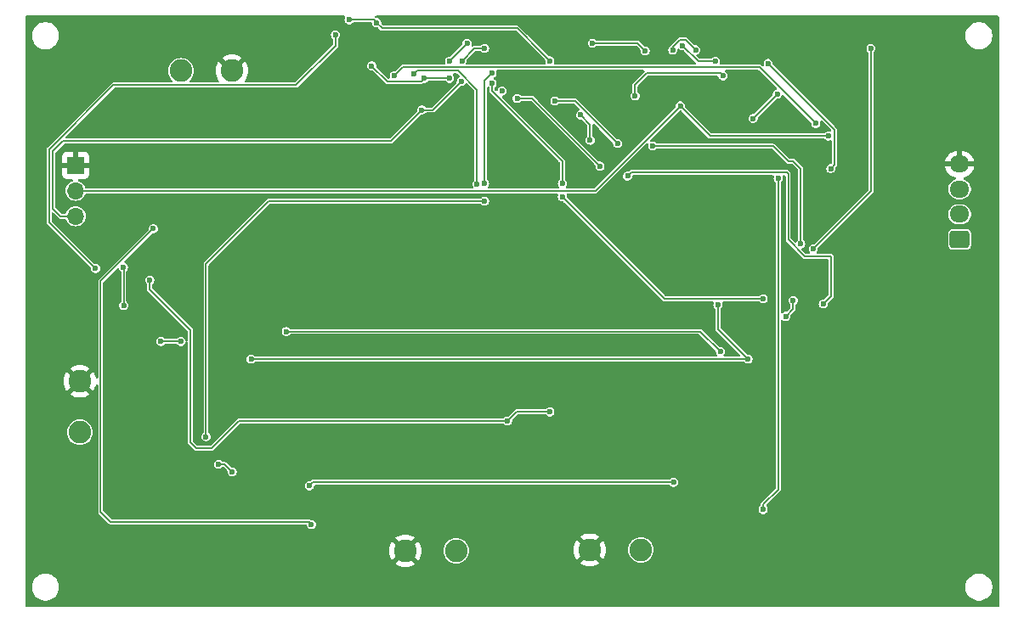
<source format=gbr>
%TF.GenerationSoftware,KiCad,Pcbnew,8.0.5*%
%TF.CreationDate,2025-03-15T22:57:07+02:00*%
%TF.ProjectId,MOSFET Controller,4d4f5346-4554-4204-936f-6e74726f6c6c,rev?*%
%TF.SameCoordinates,Original*%
%TF.FileFunction,Copper,L2,Bot*%
%TF.FilePolarity,Positive*%
%FSLAX46Y46*%
G04 Gerber Fmt 4.6, Leading zero omitted, Abs format (unit mm)*
G04 Created by KiCad (PCBNEW 8.0.5) date 2025-03-15 22:57:07*
%MOMM*%
%LPD*%
G01*
G04 APERTURE LIST*
G04 Aperture macros list*
%AMRoundRect*
0 Rectangle with rounded corners*
0 $1 Rounding radius*
0 $2 $3 $4 $5 $6 $7 $8 $9 X,Y pos of 4 corners*
0 Add a 4 corners polygon primitive as box body*
4,1,4,$2,$3,$4,$5,$6,$7,$8,$9,$2,$3,0*
0 Add four circle primitives for the rounded corners*
1,1,$1+$1,$2,$3*
1,1,$1+$1,$4,$5*
1,1,$1+$1,$6,$7*
1,1,$1+$1,$8,$9*
0 Add four rect primitives between the rounded corners*
20,1,$1+$1,$2,$3,$4,$5,0*
20,1,$1+$1,$4,$5,$6,$7,0*
20,1,$1+$1,$6,$7,$8,$9,0*
20,1,$1+$1,$8,$9,$2,$3,0*%
G04 Aperture macros list end*
%TA.AperFunction,ComponentPad*%
%ADD10C,2.250000*%
%TD*%
%TA.AperFunction,ComponentPad*%
%ADD11R,1.700000X1.700000*%
%TD*%
%TA.AperFunction,ComponentPad*%
%ADD12O,1.700000X1.700000*%
%TD*%
%TA.AperFunction,ComponentPad*%
%ADD13RoundRect,0.250000X0.725000X-0.600000X0.725000X0.600000X-0.725000X0.600000X-0.725000X-0.600000X0*%
%TD*%
%TA.AperFunction,ComponentPad*%
%ADD14O,1.950000X1.700000*%
%TD*%
%TA.AperFunction,ViaPad*%
%ADD15C,0.600000*%
%TD*%
%TA.AperFunction,Conductor*%
%ADD16C,0.200000*%
%TD*%
G04 APERTURE END LIST*
D10*
%TO.P,J4,1*%
%TO.N,OUT3*%
X103930000Y-112050000D03*
%TO.P,J4,2*%
%TO.N,GND*%
X103930000Y-106970000D03*
%TD*%
%TO.P,J6,1*%
%TO.N,12V*%
X114000000Y-76000000D03*
%TO.P,J6,2*%
%TO.N,GND*%
X119080000Y-76000000D03*
%TD*%
D11*
%TO.P,J5,1,Pin_1*%
%TO.N,GND*%
X103500000Y-85420000D03*
D12*
%TO.P,J5,2,Pin_2*%
%TO.N,JS*%
X103500000Y-87960000D03*
%TO.P,J5,3,Pin_3*%
%TO.N,5V*%
X103500000Y-90500000D03*
%TD*%
D10*
%TO.P,J3,1*%
%TO.N,OUT2*%
X141420000Y-123870000D03*
%TO.P,J3,2*%
%TO.N,GND*%
X136340000Y-123870000D03*
%TD*%
D13*
%TO.P,J1,1,1*%
%TO.N,A_IN*%
X191580000Y-92800000D03*
D14*
%TO.P,J1,2,2*%
%TO.N,B_IN*%
X191580000Y-90300000D03*
%TO.P,J1,3,3*%
%TO.N,C_IN*%
X191580000Y-87800000D03*
%TO.P,J1,4,4*%
%TO.N,GND*%
X191580000Y-85300000D03*
%TD*%
D10*
%TO.P,J2,1*%
%TO.N,OUT1*%
X159820000Y-123780000D03*
%TO.P,J2,2*%
%TO.N,GND*%
X154740000Y-123780000D03*
%TD*%
D15*
%TO.N,5V*%
X138000000Y-79900000D03*
X165273528Y-73900000D03*
X141924265Y-77075735D03*
X144250000Y-73750000D03*
X112000000Y-103000000D03*
X178750000Y-85750000D03*
X108264265Y-95584265D03*
X172500000Y-75250000D03*
X163000000Y-73900000D03*
X142000000Y-75000000D03*
X155000000Y-73250000D03*
X108290000Y-99410000D03*
X114000000Y-103000000D03*
X160250000Y-74000000D03*
%TO.N,RED_O*%
X117750000Y-115250000D03*
X119100000Y-116000000D03*
X167750000Y-104000000D03*
X124500000Y-102000000D03*
%TO.N,GREEN1_O*%
X121000000Y-104750000D03*
X170500000Y-104750000D03*
X167500000Y-99350000D03*
%TO.N,GREEN2_O*%
X171000000Y-80750000D03*
X173424265Y-78325735D03*
%TO.N,12V*%
X150750000Y-110020000D03*
X110900000Y-96870000D03*
X146530000Y-110920000D03*
%TO.N,GND*%
X145550000Y-79400000D03*
X154750000Y-76850000D03*
X162000000Y-78050000D03*
X154770000Y-78300000D03*
X165250000Y-78250000D03*
X146250000Y-81600000D03*
X186750000Y-83000000D03*
X158216130Y-78046114D03*
X132250000Y-71500000D03*
X184750000Y-83250000D03*
X163148901Y-76850001D03*
%TO.N,A*%
X155750000Y-85500000D03*
X147500000Y-78750000D03*
X178000000Y-99250000D03*
X146000000Y-78000000D03*
X158500000Y-86500000D03*
%TO.N,B*%
X152000000Y-88560000D03*
X152000000Y-87250000D03*
X145000000Y-77250000D03*
X172000000Y-98750000D03*
X175000000Y-98900000D03*
X174250000Y-100500000D03*
%TO.N,A_NOT*%
X182750000Y-73750000D03*
X177000000Y-93750000D03*
%TO.N,B_NOT*%
X151250000Y-79000000D03*
X175750000Y-93250000D03*
X161000000Y-83500000D03*
X157500000Y-83250000D03*
%TO.N,C*%
X177250000Y-81250000D03*
X135250000Y-76500000D03*
%TO.N,JS*%
X178500000Y-82500000D03*
X163750000Y-79500000D03*
%TO.N,C_NOT*%
X140750000Y-76750000D03*
X133000000Y-75500000D03*
X138250000Y-76750000D03*
X142500000Y-73250000D03*
X140750000Y-75050000D03*
%TO.N,GREEN1_IN*%
X167250000Y-75050000D03*
X163975000Y-73500000D03*
%TO.N,GREEN2*%
X133500000Y-71200000D03*
X105490000Y-95720000D03*
X150750000Y-75000000D03*
X129400000Y-72400000D03*
X130750000Y-70900000D03*
%TO.N,GREEN3_IN*%
X172000000Y-119750000D03*
X168000000Y-76500000D03*
X173500000Y-86750000D03*
X159250000Y-78500000D03*
%TO.N,GREEN1*%
X137200000Y-76300000D03*
X154760000Y-82920000D03*
X153801473Y-80400000D03*
X143500497Y-87277321D03*
%TO.N,BLUE_IN*%
X111250000Y-91750000D03*
X127000000Y-121250000D03*
%TO.N,RED_IN*%
X116500000Y-112500000D03*
X144250000Y-87250000D03*
X144250000Y-89000000D03*
X145000000Y-76250000D03*
%TO.N,Net-(RS-3535MWAR1-R+)*%
X163080000Y-117050000D03*
X126800000Y-117390000D03*
%TD*%
D16*
%TO.N,5V*%
X102000000Y-90500000D02*
X103500000Y-90500000D01*
X164273528Y-72900000D02*
X163726471Y-72900000D01*
X160250000Y-74000000D02*
X159500000Y-73250000D01*
X163000000Y-73626471D02*
X163000000Y-73900000D01*
X101250000Y-84000000D02*
X101250000Y-89750000D01*
X138000000Y-79900000D02*
X139100000Y-79900000D01*
X114000000Y-103000000D02*
X112000000Y-103000000D01*
X143250000Y-73750000D02*
X144250000Y-73750000D01*
X108264265Y-95584265D02*
X108290000Y-95610000D01*
X159500000Y-73250000D02*
X155000000Y-73250000D01*
X142000000Y-75000000D02*
X143250000Y-73750000D01*
X102250000Y-83000000D02*
X101250000Y-84000000D01*
X179100000Y-85400000D02*
X179100000Y-81850000D01*
X178750000Y-85750000D02*
X179100000Y-85400000D01*
X163726471Y-72900000D02*
X163000000Y-73626471D01*
X138000000Y-79900000D02*
X134900000Y-83000000D01*
X101250000Y-89750000D02*
X102000000Y-90500000D01*
X165273528Y-73900000D02*
X164273528Y-72900000D01*
X108290000Y-95610000D02*
X108290000Y-99410000D01*
X179100000Y-81850000D02*
X172500000Y-75250000D01*
X134900000Y-83000000D02*
X102250000Y-83000000D01*
X139100000Y-79900000D02*
X141924265Y-77075735D01*
%TO.N,RED_O*%
X118350000Y-115250000D02*
X119100000Y-116000000D01*
X117750000Y-115250000D02*
X118350000Y-115250000D01*
X124500000Y-102000000D02*
X165750000Y-102000000D01*
X165750000Y-102000000D02*
X167750000Y-104000000D01*
%TO.N,GREEN1_O*%
X170500000Y-104750000D02*
X121000000Y-104750000D01*
X167500000Y-99350000D02*
X167500000Y-101750000D01*
X167500000Y-101750000D02*
X170500000Y-104750000D01*
%TO.N,GREEN2_O*%
X171000000Y-80750000D02*
X173424265Y-78325735D01*
%TO.N,12V*%
X110900000Y-97820000D02*
X110900000Y-96870000D01*
X147430000Y-110020000D02*
X150750000Y-110020000D01*
X146530000Y-110920000D02*
X119780000Y-110920000D01*
X114940000Y-101860000D02*
X110900000Y-97820000D01*
X115530000Y-113630000D02*
X114940000Y-113040000D01*
X117070000Y-113630000D02*
X115530000Y-113630000D01*
X119780000Y-110920000D02*
X117070000Y-113630000D01*
X114940000Y-113040000D02*
X114940000Y-101860000D01*
X146530000Y-110920000D02*
X147430000Y-110020000D01*
%TO.N,GND*%
X154900000Y-76850000D02*
X154949998Y-76899998D01*
X186750000Y-83000000D02*
X185000000Y-83000000D01*
X162200000Y-78250000D02*
X165250000Y-78250000D01*
X155720000Y-79250000D02*
X157530000Y-79250000D01*
X154750000Y-76850000D02*
X154900000Y-76850000D01*
X163148901Y-76850001D02*
X164548900Y-78250000D01*
X146250000Y-80100000D02*
X146250000Y-81600000D01*
X164548900Y-78250000D02*
X165250000Y-78250000D01*
X185000000Y-83000000D02*
X184750000Y-83250000D01*
X162000000Y-78050000D02*
X162200000Y-78250000D01*
X157530000Y-79250000D02*
X158216130Y-78563870D01*
X145550000Y-79400000D02*
X146250000Y-80100000D01*
X132250000Y-71500000D02*
X123580000Y-71500000D01*
X154770000Y-78300000D02*
X155720000Y-79250000D01*
X158216130Y-78563870D02*
X158216130Y-78046114D01*
X123580000Y-71500000D02*
X119080000Y-76000000D01*
%TO.N,A*%
X178750000Y-94500000D02*
X176151471Y-94500000D01*
X149000000Y-78750000D02*
X155750000Y-85500000D01*
X174500000Y-86250000D02*
X174400000Y-86150000D01*
X178000000Y-99250000D02*
X178750000Y-98500000D01*
X178750000Y-98500000D02*
X178750000Y-94500000D01*
X158850000Y-86150000D02*
X158500000Y-86500000D01*
X147500000Y-78750000D02*
X149000000Y-78750000D01*
X176151471Y-94500000D02*
X174500000Y-92848529D01*
X174500000Y-92848529D02*
X174500000Y-86250000D01*
X174400000Y-86150000D02*
X158850000Y-86150000D01*
%TO.N,B*%
X152000000Y-88560000D02*
X162190000Y-98750000D01*
X174250000Y-100500000D02*
X175000000Y-99750000D01*
X145000000Y-78000000D02*
X152000000Y-85000000D01*
X175000000Y-99750000D02*
X175000000Y-98900000D01*
X152000000Y-85000000D02*
X152000000Y-87250000D01*
X162190000Y-98750000D02*
X172000000Y-98750000D01*
X145000000Y-77250000D02*
X145000000Y-78000000D01*
%TO.N,A_NOT*%
X182750000Y-73750000D02*
X182750000Y-88000000D01*
X182750000Y-88000000D02*
X177000000Y-93750000D01*
%TO.N,B_NOT*%
X175000000Y-85000000D02*
X174500000Y-85000000D01*
X173000000Y-83500000D02*
X161000000Y-83500000D01*
X175750000Y-93250000D02*
X175750000Y-85750000D01*
X175750000Y-85750000D02*
X175000000Y-85000000D01*
X153250000Y-79000000D02*
X151250000Y-79000000D01*
X157500000Y-83250000D02*
X153250000Y-79000000D01*
X174500000Y-85000000D02*
X173000000Y-83500000D01*
%TO.N,C*%
X135250000Y-76500000D02*
X136100000Y-75650000D01*
X171650000Y-75650000D02*
X177250000Y-81250000D01*
X136100000Y-75650000D02*
X171650000Y-75650000D01*
%TO.N,JS*%
X178500000Y-82500000D02*
X166750000Y-82500000D01*
X155290000Y-87960000D02*
X163750000Y-79500000D01*
X166750000Y-82500000D02*
X163750000Y-79500000D01*
X103500000Y-87960000D02*
X155290000Y-87960000D01*
%TO.N,C_NOT*%
X140750000Y-75000000D02*
X140750000Y-75050000D01*
X134550000Y-77050000D02*
X137950000Y-77050000D01*
X142500000Y-73250000D02*
X140750000Y-75000000D01*
X137950000Y-77050000D02*
X138250000Y-76750000D01*
X140750000Y-76750000D02*
X138250000Y-76750000D01*
X133000000Y-75500000D02*
X134550000Y-77050000D01*
%TO.N,GREEN1_IN*%
X163975000Y-73500000D02*
X165525000Y-75050000D01*
X165525000Y-75050000D02*
X167250000Y-75050000D01*
%TO.N,GREEN2*%
X150000000Y-74250000D02*
X147500000Y-71750000D01*
X129400000Y-72400000D02*
X129400000Y-73500000D01*
X147500000Y-71750000D02*
X134050000Y-71750000D01*
X100850000Y-83834314D02*
X100850000Y-91080000D01*
X125475000Y-77425000D02*
X107259314Y-77425000D01*
X133200000Y-70900000D02*
X133500000Y-71200000D01*
X107259314Y-77425000D02*
X100850000Y-83834314D01*
X150000000Y-74250000D02*
X150750000Y-75000000D01*
X134050000Y-71750000D02*
X133500000Y-71200000D01*
X130750000Y-70900000D02*
X133200000Y-70900000D01*
X100850000Y-91080000D02*
X105490000Y-95720000D01*
X129400000Y-73500000D02*
X125475000Y-77425000D01*
%TO.N,GREEN3_IN*%
X159250000Y-77375000D02*
X159250000Y-78500000D01*
X173500000Y-117750000D02*
X173500000Y-86750000D01*
X172000000Y-119750000D02*
X172000000Y-119250000D01*
X167750000Y-76250000D02*
X160375000Y-76250000D01*
X172000000Y-119250000D02*
X173500000Y-117750000D01*
X160375000Y-76250000D02*
X159250000Y-77375000D01*
X168000000Y-76500000D02*
X167750000Y-76250000D01*
%TO.N,GREEN1*%
X141626348Y-76000000D02*
X143500497Y-77874149D01*
X154760000Y-81358527D02*
X153801473Y-80400000D01*
X143500497Y-77874149D02*
X143500497Y-87277321D01*
X154760000Y-82920000D02*
X154760000Y-81358527D01*
X137200000Y-76300000D02*
X137500000Y-76000000D01*
X137500000Y-76000000D02*
X141626348Y-76000000D01*
%TO.N,BLUE_IN*%
X126750000Y-121000000D02*
X127000000Y-121250000D01*
X107000000Y-121000000D02*
X126750000Y-121000000D01*
X106000000Y-120000000D02*
X107000000Y-121000000D01*
X106000000Y-97000000D02*
X106000000Y-120000000D01*
X111250000Y-91750000D02*
X106000000Y-97000000D01*
%TO.N,RED_IN*%
X144250000Y-77000000D02*
X145000000Y-76250000D01*
X122750000Y-89000000D02*
X144250000Y-89000000D01*
X116500000Y-95250000D02*
X122750000Y-89000000D01*
X144250000Y-87250000D02*
X144250000Y-77000000D01*
X116500000Y-112500000D02*
X116500000Y-95250000D01*
%TO.N,Net-(RS-3535MWAR1-R+)*%
X163080000Y-117050000D02*
X127140000Y-117050000D01*
X127140000Y-117050000D02*
X126800000Y-117390000D01*
%TD*%
%TA.AperFunction,Conductor*%
%TO.N,GND*%
G36*
X130311281Y-70520185D02*
G01*
X130357036Y-70572989D01*
X130366980Y-70642147D01*
X130357036Y-70676011D01*
X130313303Y-70771772D01*
X130313302Y-70771773D01*
X130294867Y-70900000D01*
X130313302Y-71028225D01*
X130333191Y-71071774D01*
X130367118Y-71146063D01*
X130451951Y-71243967D01*
X130560931Y-71314004D01*
X130685225Y-71350499D01*
X130685227Y-71350500D01*
X130685228Y-71350500D01*
X130814773Y-71350500D01*
X130814773Y-71350499D01*
X130939069Y-71314004D01*
X131048049Y-71243967D01*
X131091953Y-71193297D01*
X131150731Y-71155523D01*
X131185667Y-71150500D01*
X132930303Y-71150500D01*
X132997342Y-71170185D01*
X133043097Y-71222989D01*
X133053041Y-71256853D01*
X133063302Y-71328225D01*
X133073475Y-71350500D01*
X133117118Y-71446063D01*
X133201951Y-71543967D01*
X133310931Y-71614004D01*
X133410901Y-71643357D01*
X133435225Y-71650499D01*
X133435227Y-71650500D01*
X133544877Y-71650500D01*
X133611916Y-71670185D01*
X133632558Y-71686819D01*
X133908103Y-71962364D01*
X134000172Y-72000500D01*
X134099827Y-72000500D01*
X147344877Y-72000500D01*
X147411916Y-72020185D01*
X147432558Y-72036819D01*
X149780565Y-74384825D01*
X149780568Y-74384829D01*
X150263656Y-74867917D01*
X150297141Y-74929240D01*
X150298713Y-74973242D01*
X150294867Y-74999996D01*
X150294867Y-74999999D01*
X150313302Y-75128226D01*
X150313303Y-75128227D01*
X150357036Y-75223989D01*
X150366980Y-75293147D01*
X150337955Y-75356703D01*
X150279177Y-75394477D01*
X150244242Y-75399500D01*
X142505758Y-75399500D01*
X142438719Y-75379815D01*
X142392964Y-75327011D01*
X142383020Y-75257853D01*
X142392964Y-75223989D01*
X142423998Y-75156033D01*
X142436697Y-75128226D01*
X142455133Y-75000000D01*
X142455132Y-74999996D01*
X142451286Y-74973247D01*
X142461227Y-74904089D01*
X142486339Y-74867919D01*
X143317441Y-74036819D01*
X143378764Y-74003334D01*
X143405122Y-74000500D01*
X143814333Y-74000500D01*
X143881372Y-74020185D01*
X143908046Y-74043297D01*
X143951951Y-74093967D01*
X144060931Y-74164004D01*
X144185225Y-74200499D01*
X144185227Y-74200500D01*
X144185228Y-74200500D01*
X144314773Y-74200500D01*
X144314773Y-74200499D01*
X144439069Y-74164004D01*
X144548049Y-74093967D01*
X144632882Y-73996063D01*
X144686697Y-73878226D01*
X144705133Y-73750000D01*
X144686697Y-73621774D01*
X144632882Y-73503937D01*
X144548049Y-73406033D01*
X144439069Y-73335996D01*
X144439065Y-73335994D01*
X144439064Y-73335994D01*
X144314774Y-73299500D01*
X144314772Y-73299500D01*
X144185228Y-73299500D01*
X144185226Y-73299500D01*
X144060935Y-73335994D01*
X144060932Y-73335995D01*
X144060931Y-73335996D01*
X144045497Y-73345915D01*
X143951950Y-73406033D01*
X143908047Y-73456702D01*
X143849269Y-73494477D01*
X143814333Y-73499500D01*
X143200172Y-73499500D01*
X143200170Y-73499500D01*
X143200168Y-73499501D01*
X143098092Y-73541782D01*
X143028623Y-73549251D01*
X142966144Y-73517976D01*
X142930492Y-73457887D01*
X142932986Y-73388061D01*
X142936229Y-73379818D01*
X142936697Y-73378226D01*
X142936697Y-73378225D01*
X142955133Y-73250000D01*
X142936697Y-73121774D01*
X142882882Y-73003937D01*
X142798049Y-72906033D01*
X142689069Y-72835996D01*
X142689065Y-72835994D01*
X142689064Y-72835994D01*
X142564774Y-72799500D01*
X142564772Y-72799500D01*
X142435228Y-72799500D01*
X142435226Y-72799500D01*
X142310935Y-72835994D01*
X142310932Y-72835995D01*
X142310931Y-72835996D01*
X142259677Y-72868934D01*
X142201950Y-72906033D01*
X142117118Y-73003937D01*
X142117117Y-73003938D01*
X142063302Y-73121774D01*
X142044867Y-73250000D01*
X142044867Y-73250002D01*
X142048713Y-73276756D01*
X142038768Y-73345915D01*
X142013656Y-73382082D01*
X140832558Y-74563181D01*
X140771235Y-74596666D01*
X140744877Y-74599500D01*
X140685226Y-74599500D01*
X140560935Y-74635994D01*
X140560932Y-74635995D01*
X140560931Y-74635996D01*
X140529753Y-74656033D01*
X140451950Y-74706033D01*
X140367118Y-74803937D01*
X140367117Y-74803938D01*
X140313302Y-74921774D01*
X140294867Y-75050000D01*
X140313302Y-75178225D01*
X140334202Y-75223988D01*
X140344146Y-75293147D01*
X140315121Y-75356703D01*
X140256343Y-75394477D01*
X140221408Y-75399500D01*
X136164270Y-75399500D01*
X136164262Y-75399499D01*
X136149828Y-75399499D01*
X136050173Y-75399499D01*
X136050172Y-75399499D01*
X136015155Y-75414003D01*
X136015156Y-75414004D01*
X135958101Y-75437637D01*
X135382558Y-76013181D01*
X135321235Y-76046666D01*
X135294877Y-76049500D01*
X135185226Y-76049500D01*
X135060935Y-76085994D01*
X135060932Y-76085995D01*
X135060931Y-76085996D01*
X135020186Y-76112181D01*
X134951950Y-76156033D01*
X134867118Y-76253937D01*
X134867117Y-76253938D01*
X134813302Y-76371774D01*
X134794867Y-76500000D01*
X134813303Y-76628228D01*
X134813943Y-76630407D01*
X134813943Y-76632678D01*
X134814565Y-76637004D01*
X134813943Y-76637093D01*
X134813945Y-76700276D01*
X134776172Y-76759055D01*
X134712617Y-76788081D01*
X134643458Y-76778139D01*
X134607286Y-76753025D01*
X133486343Y-75632082D01*
X133452858Y-75570759D01*
X133451286Y-75526753D01*
X133455133Y-75500000D01*
X133436697Y-75371774D01*
X133382882Y-75253937D01*
X133298049Y-75156033D01*
X133189069Y-75085996D01*
X133189065Y-75085994D01*
X133189064Y-75085994D01*
X133064774Y-75049500D01*
X133064772Y-75049500D01*
X132935228Y-75049500D01*
X132935226Y-75049500D01*
X132810935Y-75085994D01*
X132810932Y-75085995D01*
X132810931Y-75085996D01*
X132759677Y-75118934D01*
X132701950Y-75156033D01*
X132617118Y-75253937D01*
X132617117Y-75253938D01*
X132563302Y-75371774D01*
X132544867Y-75500000D01*
X132563302Y-75628225D01*
X132595593Y-75698931D01*
X132617118Y-75746063D01*
X132701951Y-75843967D01*
X132810931Y-75914004D01*
X132910700Y-75943298D01*
X132935225Y-75950499D01*
X132935227Y-75950500D01*
X133044877Y-75950500D01*
X133111916Y-75970185D01*
X133132558Y-75986819D01*
X134408103Y-77262364D01*
X134500172Y-77300500D01*
X134500174Y-77300500D01*
X137999826Y-77300500D01*
X137999828Y-77300500D01*
X138091897Y-77262364D01*
X138091899Y-77262362D01*
X138091900Y-77262362D01*
X138117443Y-77236819D01*
X138178766Y-77203334D01*
X138205124Y-77200500D01*
X138314773Y-77200500D01*
X138314773Y-77200499D01*
X138439069Y-77164004D01*
X138548049Y-77093967D01*
X138591953Y-77043297D01*
X138650731Y-77005523D01*
X138685667Y-77000500D01*
X140314333Y-77000500D01*
X140381372Y-77020185D01*
X140408046Y-77043297D01*
X140451951Y-77093967D01*
X140560931Y-77164004D01*
X140685225Y-77200499D01*
X140685227Y-77200500D01*
X140685228Y-77200500D01*
X140814773Y-77200500D01*
X140814773Y-77200499D01*
X140939069Y-77164004D01*
X141048049Y-77093967D01*
X141132882Y-76996063D01*
X141186697Y-76878226D01*
X141205133Y-76750000D01*
X141186697Y-76621774D01*
X141132882Y-76503937D01*
X141117337Y-76485997D01*
X141091087Y-76455702D01*
X141062063Y-76392146D01*
X141072007Y-76322987D01*
X141117763Y-76270184D01*
X141184801Y-76250500D01*
X141471225Y-76250500D01*
X141538264Y-76270185D01*
X141558906Y-76286819D01*
X141747305Y-76475218D01*
X141780790Y-76536541D01*
X141775806Y-76606233D01*
X141733934Y-76662166D01*
X141726663Y-76667215D01*
X141626215Y-76731768D01*
X141541383Y-76829672D01*
X141541382Y-76829673D01*
X141487567Y-76947509D01*
X141469132Y-77075736D01*
X141469132Y-77075737D01*
X141472978Y-77102492D01*
X141463033Y-77171650D01*
X141437921Y-77207817D01*
X139032558Y-79613181D01*
X138971235Y-79646666D01*
X138944877Y-79649500D01*
X138435667Y-79649500D01*
X138368628Y-79629815D01*
X138341953Y-79606702D01*
X138298049Y-79556033D01*
X138189069Y-79485996D01*
X138189065Y-79485994D01*
X138189064Y-79485994D01*
X138064774Y-79449500D01*
X138064772Y-79449500D01*
X137935228Y-79449500D01*
X137935226Y-79449500D01*
X137810935Y-79485994D01*
X137810932Y-79485995D01*
X137810931Y-79485996D01*
X137759677Y-79518934D01*
X137701950Y-79556033D01*
X137617118Y-79653937D01*
X137617117Y-79653938D01*
X137563302Y-79771774D01*
X137544867Y-79900000D01*
X137544867Y-79900002D01*
X137548713Y-79926755D01*
X137538769Y-79995913D01*
X137513656Y-80032081D01*
X134832558Y-82713181D01*
X134771235Y-82746666D01*
X134744877Y-82749500D01*
X102588437Y-82749500D01*
X102521398Y-82729815D01*
X102475643Y-82677011D01*
X102465699Y-82607853D01*
X102494724Y-82544297D01*
X102500756Y-82537819D01*
X107326755Y-77711819D01*
X107388078Y-77678334D01*
X107414436Y-77675500D01*
X125524826Y-77675500D01*
X125524828Y-77675500D01*
X125616897Y-77637364D01*
X129612364Y-73641897D01*
X129650500Y-73549828D01*
X129650500Y-73450172D01*
X129650500Y-72841796D01*
X129670185Y-72774757D01*
X129693302Y-72748079D01*
X129698038Y-72743973D01*
X129698049Y-72743967D01*
X129782882Y-72646063D01*
X129836697Y-72528226D01*
X129855133Y-72400000D01*
X129836697Y-72271774D01*
X129782882Y-72153937D01*
X129698049Y-72056033D01*
X129589069Y-71985996D01*
X129589065Y-71985994D01*
X129589064Y-71985994D01*
X129464774Y-71949500D01*
X129464772Y-71949500D01*
X129335228Y-71949500D01*
X129335226Y-71949500D01*
X129210935Y-71985994D01*
X129210932Y-71985995D01*
X129210931Y-71985996D01*
X129159677Y-72018934D01*
X129101950Y-72056033D01*
X129017118Y-72153937D01*
X129017117Y-72153938D01*
X128963302Y-72271774D01*
X128944867Y-72400000D01*
X128963302Y-72528225D01*
X129017117Y-72646061D01*
X129017120Y-72646067D01*
X129086265Y-72725865D01*
X129101951Y-72743967D01*
X129101957Y-72743971D01*
X129106698Y-72748079D01*
X129144475Y-72806856D01*
X129149500Y-72841796D01*
X129149500Y-73344877D01*
X129129815Y-73411916D01*
X129113181Y-73432558D01*
X125407558Y-77138181D01*
X125346235Y-77171666D01*
X125319877Y-77174500D01*
X120482876Y-77174500D01*
X120415837Y-77154815D01*
X120370082Y-77102011D01*
X120360138Y-77032853D01*
X120388585Y-76969970D01*
X120398715Y-76958108D01*
X120398721Y-76958100D01*
X120532363Y-76740015D01*
X120532365Y-76740012D01*
X120630247Y-76503702D01*
X120689957Y-76254989D01*
X120710024Y-76000000D01*
X120689957Y-75745010D01*
X120630247Y-75496297D01*
X120532365Y-75259987D01*
X120532363Y-75259984D01*
X120398719Y-75041897D01*
X120395465Y-75038087D01*
X119757577Y-75675974D01*
X119744641Y-75644742D01*
X119662563Y-75521903D01*
X119558097Y-75417437D01*
X119435258Y-75335359D01*
X119404024Y-75322421D01*
X120041912Y-74684533D01*
X120038107Y-74681284D01*
X120038098Y-74681277D01*
X119820015Y-74547636D01*
X119820012Y-74547634D01*
X119583702Y-74449752D01*
X119334988Y-74390042D01*
X119334989Y-74390042D01*
X119080000Y-74369975D01*
X118825010Y-74390042D01*
X118576297Y-74449752D01*
X118339987Y-74547634D01*
X118339984Y-74547636D01*
X118121893Y-74681282D01*
X118118086Y-74684532D01*
X118755975Y-75322421D01*
X118724742Y-75335359D01*
X118601903Y-75417437D01*
X118497437Y-75521903D01*
X118415359Y-75644742D01*
X118402421Y-75675975D01*
X117764532Y-75038086D01*
X117761282Y-75041893D01*
X117627636Y-75259984D01*
X117627634Y-75259987D01*
X117529752Y-75496297D01*
X117470042Y-75745010D01*
X117449975Y-76000000D01*
X117470042Y-76254989D01*
X117529752Y-76503702D01*
X117627634Y-76740012D01*
X117627636Y-76740015D01*
X117761278Y-76958100D01*
X117761284Y-76958108D01*
X117771415Y-76969970D01*
X117799985Y-77033731D01*
X117789547Y-77102817D01*
X117743416Y-77155292D01*
X117677124Y-77174500D01*
X114928691Y-77174500D01*
X114861652Y-77154815D01*
X114815897Y-77102011D01*
X114805953Y-77032853D01*
X114834978Y-76969297D01*
X114841010Y-76962819D01*
X114897796Y-76906033D01*
X114980822Y-76823007D01*
X115108835Y-76640186D01*
X115203156Y-76437913D01*
X115260920Y-76222334D01*
X115280372Y-76000000D01*
X115277763Y-75970185D01*
X115271667Y-75900500D01*
X115260920Y-75777666D01*
X115203156Y-75562087D01*
X115108835Y-75359814D01*
X114980822Y-75176993D01*
X114823007Y-75019178D01*
X114640186Y-74891165D01*
X114437913Y-74796844D01*
X114437909Y-74796843D01*
X114437905Y-74796841D01*
X114222339Y-74739081D01*
X114222329Y-74739079D01*
X114000001Y-74719628D01*
X113999999Y-74719628D01*
X113777670Y-74739079D01*
X113777660Y-74739081D01*
X113562094Y-74796841D01*
X113562087Y-74796843D01*
X113562087Y-74796844D01*
X113359814Y-74891165D01*
X113176993Y-75019178D01*
X113176991Y-75019179D01*
X113176988Y-75019182D01*
X113019182Y-75176988D01*
X113019179Y-75176991D01*
X113019178Y-75176993D01*
X112937846Y-75293147D01*
X112891165Y-75359814D01*
X112796845Y-75562085D01*
X112796841Y-75562094D01*
X112739081Y-75777660D01*
X112739079Y-75777670D01*
X112719628Y-75999999D01*
X112719628Y-76000000D01*
X112739079Y-76222329D01*
X112739081Y-76222339D01*
X112796841Y-76437905D01*
X112796843Y-76437909D01*
X112796844Y-76437913D01*
X112891165Y-76640186D01*
X113019178Y-76823007D01*
X113019182Y-76823011D01*
X113158990Y-76962819D01*
X113192475Y-77024142D01*
X113187491Y-77093834D01*
X113145619Y-77149767D01*
X113080155Y-77174184D01*
X113071309Y-77174500D01*
X107323584Y-77174500D01*
X107323576Y-77174499D01*
X107309142Y-77174499D01*
X107209486Y-77174499D01*
X107209483Y-77174499D01*
X107147510Y-77200171D01*
X107147506Y-77200173D01*
X107117418Y-77212634D01*
X107117417Y-77212635D01*
X107046949Y-77283104D01*
X100690662Y-83639390D01*
X100690661Y-83639390D01*
X100690662Y-83639391D01*
X100637636Y-83692417D01*
X100599500Y-83784484D01*
X100599500Y-83784486D01*
X100599500Y-91030172D01*
X100599500Y-91129828D01*
X100637636Y-91221897D01*
X102821772Y-93406033D01*
X105003656Y-95587916D01*
X105037141Y-95649239D01*
X105038713Y-95693240D01*
X105034867Y-95719995D01*
X105034867Y-95719999D01*
X105053302Y-95848225D01*
X105089840Y-95928230D01*
X105107118Y-95966063D01*
X105191951Y-96063967D01*
X105300931Y-96134004D01*
X105425225Y-96170499D01*
X105425227Y-96170500D01*
X105425228Y-96170500D01*
X105554773Y-96170500D01*
X105554773Y-96170499D01*
X105679069Y-96134004D01*
X105788049Y-96063967D01*
X105872882Y-95966063D01*
X105926697Y-95848226D01*
X105945133Y-95720000D01*
X105926697Y-95591774D01*
X105872882Y-95473937D01*
X105788049Y-95376033D01*
X105679069Y-95305996D01*
X105679065Y-95305994D01*
X105679064Y-95305994D01*
X105554774Y-95269500D01*
X105554772Y-95269500D01*
X105445122Y-95269500D01*
X105378083Y-95249815D01*
X105357441Y-95233181D01*
X103247297Y-93123037D01*
X101136819Y-91012558D01*
X101103334Y-90951235D01*
X101100500Y-90924877D01*
X101100500Y-90254123D01*
X101120185Y-90187084D01*
X101172989Y-90141329D01*
X101242147Y-90131385D01*
X101305703Y-90160410D01*
X101312181Y-90166442D01*
X101858103Y-90712364D01*
X101950172Y-90750500D01*
X102049828Y-90750500D01*
X102438504Y-90750500D01*
X102505543Y-90770185D01*
X102551298Y-90822989D01*
X102557164Y-90838504D01*
X102571186Y-90884728D01*
X102664086Y-91058532D01*
X102664090Y-91058539D01*
X102789116Y-91210883D01*
X102941460Y-91335909D01*
X102941467Y-91335913D01*
X103115266Y-91428811D01*
X103115269Y-91428811D01*
X103115273Y-91428814D01*
X103303868Y-91486024D01*
X103500000Y-91505341D01*
X103696132Y-91486024D01*
X103884727Y-91428814D01*
X104058538Y-91335910D01*
X104210883Y-91210883D01*
X104335910Y-91058538D01*
X104400454Y-90937785D01*
X104428811Y-90884733D01*
X104428813Y-90884728D01*
X104428814Y-90884727D01*
X104486024Y-90696132D01*
X104505341Y-90500000D01*
X104486024Y-90303868D01*
X104428814Y-90115273D01*
X104428811Y-90115269D01*
X104428811Y-90115266D01*
X104335913Y-89941467D01*
X104335909Y-89941460D01*
X104210883Y-89789116D01*
X104058539Y-89664090D01*
X104058532Y-89664086D01*
X103884733Y-89571188D01*
X103884727Y-89571186D01*
X103758997Y-89533046D01*
X103696129Y-89513975D01*
X103500000Y-89494659D01*
X103303870Y-89513975D01*
X103115266Y-89571188D01*
X102941467Y-89664086D01*
X102941460Y-89664090D01*
X102789116Y-89789116D01*
X102664090Y-89941460D01*
X102664086Y-89941467D01*
X102571186Y-90115271D01*
X102557164Y-90161496D01*
X102518867Y-90219934D01*
X102455054Y-90248391D01*
X102438504Y-90249500D01*
X102155123Y-90249500D01*
X102088084Y-90229815D01*
X102067442Y-90213181D01*
X101536819Y-89682558D01*
X101503334Y-89621235D01*
X101500500Y-89594877D01*
X101500500Y-84155122D01*
X101520185Y-84088083D01*
X101536819Y-84067441D01*
X102317441Y-83286819D01*
X102378764Y-83253334D01*
X102405122Y-83250500D01*
X134949826Y-83250500D01*
X134949828Y-83250500D01*
X135041897Y-83212364D01*
X137867441Y-80386818D01*
X137928764Y-80353334D01*
X137955122Y-80350500D01*
X138064773Y-80350500D01*
X138064773Y-80350499D01*
X138189069Y-80314004D01*
X138298049Y-80243967D01*
X138341953Y-80193297D01*
X138400731Y-80155523D01*
X138435667Y-80150500D01*
X139149826Y-80150500D01*
X139149828Y-80150500D01*
X139241897Y-80112364D01*
X141791705Y-77562553D01*
X141853028Y-77529069D01*
X141879386Y-77526235D01*
X141989038Y-77526235D01*
X141989038Y-77526234D01*
X142113334Y-77489739D01*
X142222314Y-77419702D01*
X142307147Y-77321798D01*
X142322852Y-77287410D01*
X142368607Y-77234606D01*
X142435646Y-77214921D01*
X142502685Y-77234606D01*
X142523327Y-77251240D01*
X143213678Y-77941590D01*
X143247163Y-78002913D01*
X143249997Y-78029271D01*
X143249997Y-86835523D01*
X143230312Y-86902562D01*
X143207201Y-86929235D01*
X143202449Y-86933352D01*
X143117615Y-87031258D01*
X143117614Y-87031259D01*
X143063799Y-87149095D01*
X143045364Y-87277321D01*
X143063799Y-87405546D01*
X143121299Y-87531451D01*
X143118625Y-87532671D01*
X143134135Y-87585515D01*
X143114442Y-87652552D01*
X143061633Y-87698301D01*
X143010135Y-87709500D01*
X104561496Y-87709500D01*
X104494457Y-87689815D01*
X104448702Y-87637011D01*
X104442836Y-87621496D01*
X104428813Y-87575271D01*
X104335913Y-87401467D01*
X104335909Y-87401460D01*
X104210883Y-87249116D01*
X104058539Y-87124090D01*
X104058532Y-87124086D01*
X103884731Y-87031187D01*
X103857280Y-87022860D01*
X103823655Y-87012660D01*
X103765218Y-86974363D01*
X103736762Y-86910551D01*
X103747322Y-86841484D01*
X103793546Y-86789090D01*
X103859652Y-86770000D01*
X104397828Y-86770000D01*
X104397844Y-86769999D01*
X104457372Y-86763598D01*
X104457379Y-86763596D01*
X104592086Y-86713354D01*
X104592093Y-86713350D01*
X104707187Y-86627190D01*
X104707190Y-86627187D01*
X104793350Y-86512093D01*
X104793354Y-86512086D01*
X104843596Y-86377379D01*
X104843598Y-86377372D01*
X104849999Y-86317844D01*
X104850000Y-86317827D01*
X104850000Y-85670000D01*
X103933012Y-85670000D01*
X103965925Y-85612993D01*
X104000000Y-85485826D01*
X104000000Y-85354174D01*
X103965925Y-85227007D01*
X103933012Y-85170000D01*
X104850000Y-85170000D01*
X104850000Y-84522172D01*
X104849999Y-84522155D01*
X104843598Y-84462627D01*
X104843596Y-84462620D01*
X104793354Y-84327913D01*
X104793350Y-84327906D01*
X104707190Y-84212812D01*
X104707187Y-84212809D01*
X104592093Y-84126649D01*
X104592086Y-84126645D01*
X104457379Y-84076403D01*
X104457372Y-84076401D01*
X104397844Y-84070000D01*
X103750000Y-84070000D01*
X103750000Y-84986988D01*
X103692993Y-84954075D01*
X103565826Y-84920000D01*
X103434174Y-84920000D01*
X103307007Y-84954075D01*
X103250000Y-84986988D01*
X103250000Y-84070000D01*
X102602155Y-84070000D01*
X102542627Y-84076401D01*
X102542620Y-84076403D01*
X102407913Y-84126645D01*
X102407906Y-84126649D01*
X102292812Y-84212809D01*
X102292809Y-84212812D01*
X102206649Y-84327906D01*
X102206645Y-84327913D01*
X102156403Y-84462620D01*
X102156401Y-84462627D01*
X102150000Y-84522155D01*
X102150000Y-85170000D01*
X103066988Y-85170000D01*
X103034075Y-85227007D01*
X103000000Y-85354174D01*
X103000000Y-85485826D01*
X103034075Y-85612993D01*
X103066988Y-85670000D01*
X102150000Y-85670000D01*
X102150000Y-86317844D01*
X102156401Y-86377372D01*
X102156403Y-86377379D01*
X102206645Y-86512086D01*
X102206649Y-86512093D01*
X102292809Y-86627187D01*
X102292812Y-86627190D01*
X102407906Y-86713350D01*
X102407913Y-86713354D01*
X102542620Y-86763596D01*
X102542627Y-86763598D01*
X102602155Y-86769999D01*
X102602172Y-86770000D01*
X103140348Y-86770000D01*
X103207387Y-86789685D01*
X103253142Y-86842489D01*
X103263086Y-86911647D01*
X103234061Y-86975203D01*
X103176344Y-87012660D01*
X103146630Y-87021673D01*
X103115268Y-87031187D01*
X102941467Y-87124086D01*
X102941460Y-87124090D01*
X102789116Y-87249116D01*
X102664090Y-87401460D01*
X102664086Y-87401467D01*
X102571188Y-87575266D01*
X102513975Y-87763870D01*
X102494659Y-87960000D01*
X102513975Y-88156129D01*
X102513976Y-88156132D01*
X102562730Y-88316853D01*
X102571188Y-88344733D01*
X102664086Y-88518532D01*
X102664090Y-88518539D01*
X102789116Y-88670883D01*
X102941460Y-88795909D01*
X102941467Y-88795913D01*
X103115266Y-88888811D01*
X103115269Y-88888811D01*
X103115273Y-88888814D01*
X103303868Y-88946024D01*
X103500000Y-88965341D01*
X103696132Y-88946024D01*
X103884727Y-88888814D01*
X104058538Y-88795910D01*
X104210883Y-88670883D01*
X104335910Y-88518538D01*
X104428814Y-88344727D01*
X104442836Y-88298504D01*
X104481133Y-88240066D01*
X104544946Y-88211609D01*
X104561496Y-88210500D01*
X151471408Y-88210500D01*
X151538447Y-88230185D01*
X151584202Y-88282989D01*
X151594146Y-88352147D01*
X151584202Y-88386012D01*
X151563302Y-88431774D01*
X151544867Y-88560000D01*
X151563302Y-88688225D01*
X151614577Y-88800500D01*
X151617118Y-88806063D01*
X151701951Y-88903967D01*
X151810931Y-88974004D01*
X151910901Y-89003357D01*
X151935225Y-89010499D01*
X151935227Y-89010500D01*
X152044877Y-89010500D01*
X152111916Y-89030185D01*
X152132558Y-89046819D01*
X161977636Y-98891897D01*
X162048103Y-98962364D01*
X162140172Y-99000500D01*
X166971408Y-99000500D01*
X167038447Y-99020185D01*
X167084202Y-99072989D01*
X167094146Y-99142147D01*
X167084202Y-99176012D01*
X167063302Y-99221774D01*
X167044867Y-99350000D01*
X167063302Y-99478225D01*
X167117117Y-99596061D01*
X167117120Y-99596067D01*
X167169107Y-99656063D01*
X167201951Y-99693967D01*
X167201957Y-99693971D01*
X167206698Y-99698079D01*
X167244475Y-99756856D01*
X167249500Y-99791796D01*
X167249500Y-101799829D01*
X167253785Y-101810174D01*
X167287636Y-101891897D01*
X168523965Y-103128226D01*
X169683559Y-104287819D01*
X169717044Y-104349142D01*
X169712060Y-104418834D01*
X169670188Y-104474767D01*
X169604724Y-104499184D01*
X169595878Y-104499500D01*
X168184801Y-104499500D01*
X168117762Y-104479815D01*
X168072007Y-104427011D01*
X168062063Y-104357853D01*
X168091087Y-104294298D01*
X168118049Y-104263181D01*
X168132882Y-104246063D01*
X168186697Y-104128226D01*
X168205133Y-104000000D01*
X168186697Y-103871774D01*
X168132882Y-103753937D01*
X168048049Y-103656033D01*
X167939069Y-103585996D01*
X167939065Y-103585994D01*
X167939064Y-103585994D01*
X167814774Y-103549500D01*
X167814772Y-103549500D01*
X167705123Y-103549500D01*
X167638084Y-103529815D01*
X167617442Y-103513181D01*
X165891897Y-101787636D01*
X165799829Y-101749500D01*
X165799828Y-101749500D01*
X124935667Y-101749500D01*
X124868628Y-101729815D01*
X124841953Y-101706702D01*
X124798049Y-101656033D01*
X124782809Y-101646239D01*
X124689069Y-101585996D01*
X124689065Y-101585994D01*
X124689064Y-101585994D01*
X124564774Y-101549500D01*
X124564772Y-101549500D01*
X124435228Y-101549500D01*
X124435226Y-101549500D01*
X124310935Y-101585994D01*
X124310932Y-101585995D01*
X124310931Y-101585996D01*
X124259677Y-101618934D01*
X124201950Y-101656033D01*
X124117118Y-101753937D01*
X124117117Y-101753938D01*
X124063302Y-101871774D01*
X124044867Y-102000000D01*
X124063302Y-102128225D01*
X124117117Y-102246061D01*
X124117118Y-102246063D01*
X124201951Y-102343967D01*
X124310931Y-102414004D01*
X124435225Y-102450499D01*
X124435227Y-102450500D01*
X124435228Y-102450500D01*
X124564773Y-102450500D01*
X124564773Y-102450499D01*
X124689069Y-102414004D01*
X124798049Y-102343967D01*
X124841953Y-102293297D01*
X124900731Y-102255523D01*
X124935667Y-102250500D01*
X165594877Y-102250500D01*
X165661916Y-102270185D01*
X165682558Y-102286819D01*
X167263656Y-103867917D01*
X167297141Y-103929240D01*
X167298713Y-103973242D01*
X167294867Y-103999996D01*
X167294867Y-103999999D01*
X167313302Y-104128225D01*
X167367117Y-104246061D01*
X167367118Y-104246063D01*
X167408913Y-104294298D01*
X167437937Y-104357854D01*
X167427993Y-104427013D01*
X167382237Y-104479816D01*
X167315199Y-104499500D01*
X121435667Y-104499500D01*
X121368628Y-104479815D01*
X121341953Y-104456702D01*
X121298049Y-104406033D01*
X121189069Y-104335996D01*
X121189065Y-104335994D01*
X121189064Y-104335994D01*
X121064774Y-104299500D01*
X121064772Y-104299500D01*
X120935228Y-104299500D01*
X120935226Y-104299500D01*
X120810935Y-104335994D01*
X120810932Y-104335995D01*
X120810931Y-104335996D01*
X120776921Y-104357853D01*
X120701950Y-104406033D01*
X120617118Y-104503937D01*
X120617117Y-104503938D01*
X120563302Y-104621774D01*
X120544867Y-104750000D01*
X120563302Y-104878225D01*
X120617117Y-104996061D01*
X120617118Y-104996063D01*
X120701951Y-105093967D01*
X120810931Y-105164004D01*
X120935225Y-105200499D01*
X120935227Y-105200500D01*
X120935228Y-105200500D01*
X121064773Y-105200500D01*
X121064773Y-105200499D01*
X121189069Y-105164004D01*
X121298049Y-105093967D01*
X121341953Y-105043297D01*
X121400731Y-105005523D01*
X121435667Y-105000500D01*
X170064333Y-105000500D01*
X170131372Y-105020185D01*
X170158046Y-105043297D01*
X170201951Y-105093967D01*
X170310931Y-105164004D01*
X170435225Y-105200499D01*
X170435227Y-105200500D01*
X170435228Y-105200500D01*
X170564773Y-105200500D01*
X170564773Y-105200499D01*
X170689069Y-105164004D01*
X170798049Y-105093967D01*
X170882882Y-104996063D01*
X170936697Y-104878226D01*
X170955133Y-104750000D01*
X170936697Y-104621774D01*
X170882882Y-104503937D01*
X170798049Y-104406033D01*
X170689069Y-104335996D01*
X170689065Y-104335994D01*
X170689064Y-104335994D01*
X170564774Y-104299500D01*
X170564772Y-104299500D01*
X170455122Y-104299500D01*
X170388083Y-104279815D01*
X170367441Y-104263181D01*
X167786819Y-101682558D01*
X167753334Y-101621235D01*
X167750500Y-101594877D01*
X167750500Y-99791796D01*
X167770185Y-99724757D01*
X167793302Y-99698079D01*
X167798038Y-99693973D01*
X167798049Y-99693967D01*
X167882882Y-99596063D01*
X167936697Y-99478226D01*
X167955133Y-99350000D01*
X167936697Y-99221774D01*
X167915798Y-99176012D01*
X167905854Y-99106853D01*
X167934879Y-99043297D01*
X167993657Y-99005523D01*
X168028592Y-99000500D01*
X171564333Y-99000500D01*
X171631372Y-99020185D01*
X171658046Y-99043297D01*
X171701951Y-99093967D01*
X171810931Y-99164004D01*
X171935225Y-99200499D01*
X171935227Y-99200500D01*
X171935228Y-99200500D01*
X172064773Y-99200500D01*
X172064773Y-99200499D01*
X172189069Y-99164004D01*
X172298049Y-99093967D01*
X172382882Y-98996063D01*
X172436697Y-98878226D01*
X172455133Y-98750000D01*
X172436697Y-98621774D01*
X172382882Y-98503937D01*
X172298049Y-98406033D01*
X172189069Y-98335996D01*
X172189065Y-98335994D01*
X172189064Y-98335994D01*
X172064774Y-98299500D01*
X172064772Y-98299500D01*
X171935228Y-98299500D01*
X171935226Y-98299500D01*
X171810935Y-98335994D01*
X171810932Y-98335995D01*
X171810931Y-98335996D01*
X171759677Y-98368934D01*
X171701950Y-98406033D01*
X171658047Y-98456702D01*
X171599269Y-98494477D01*
X171564333Y-98499500D01*
X162345123Y-98499500D01*
X162278084Y-98479815D01*
X162257442Y-98463181D01*
X152486343Y-88692082D01*
X152452858Y-88630759D01*
X152451286Y-88586753D01*
X152451395Y-88585994D01*
X152455133Y-88560000D01*
X152436697Y-88431774D01*
X152415798Y-88386012D01*
X152405854Y-88316853D01*
X152434879Y-88253297D01*
X152493657Y-88215523D01*
X152528592Y-88210500D01*
X155339826Y-88210500D01*
X155339828Y-88210500D01*
X155431897Y-88172364D01*
X160357287Y-83246972D01*
X160418609Y-83213488D01*
X160488301Y-83218472D01*
X160544234Y-83260344D01*
X160568651Y-83325808D01*
X160563945Y-83369585D01*
X160563303Y-83371769D01*
X160544867Y-83500000D01*
X160563302Y-83628225D01*
X160579642Y-83664004D01*
X160617118Y-83746063D01*
X160701951Y-83843967D01*
X160810931Y-83914004D01*
X160935225Y-83950499D01*
X160935227Y-83950500D01*
X160935228Y-83950500D01*
X161064773Y-83950500D01*
X161064773Y-83950499D01*
X161189069Y-83914004D01*
X161298049Y-83843967D01*
X161341953Y-83793297D01*
X161400731Y-83755523D01*
X161435667Y-83750500D01*
X172844877Y-83750500D01*
X172911916Y-83770185D01*
X172932558Y-83786819D01*
X174358103Y-85212364D01*
X174450172Y-85250500D01*
X174549827Y-85250500D01*
X174844877Y-85250500D01*
X174911916Y-85270185D01*
X174932558Y-85286819D01*
X175463181Y-85817442D01*
X175496666Y-85878765D01*
X175499500Y-85905123D01*
X175499500Y-92808202D01*
X175479815Y-92875241D01*
X175456704Y-92901914D01*
X175451952Y-92906031D01*
X175367118Y-93003936D01*
X175329243Y-93086869D01*
X175283487Y-93139672D01*
X175216447Y-93159356D01*
X175149408Y-93139670D01*
X175128768Y-93123037D01*
X175009669Y-93003938D01*
X174786819Y-92781087D01*
X174753334Y-92719764D01*
X174750500Y-92693406D01*
X174750500Y-86200173D01*
X174750499Y-86200170D01*
X174712364Y-86108103D01*
X174641897Y-86037636D01*
X174541897Y-85937636D01*
X174514928Y-85926465D01*
X174449829Y-85899500D01*
X174449828Y-85899500D01*
X158914270Y-85899500D01*
X158914262Y-85899499D01*
X158899828Y-85899499D01*
X158800172Y-85899499D01*
X158800170Y-85899499D01*
X158800168Y-85899500D01*
X158735072Y-85926463D01*
X158735069Y-85926465D01*
X158708103Y-85937636D01*
X158708099Y-85937639D01*
X158632558Y-86013181D01*
X158571235Y-86046666D01*
X158544877Y-86049500D01*
X158435226Y-86049500D01*
X158310935Y-86085994D01*
X158310932Y-86085995D01*
X158310931Y-86085996D01*
X158276532Y-86108103D01*
X158201950Y-86156033D01*
X158117118Y-86253937D01*
X158117117Y-86253938D01*
X158063302Y-86371774D01*
X158044867Y-86500000D01*
X158063302Y-86628225D01*
X158117117Y-86746061D01*
X158117118Y-86746063D01*
X158170961Y-86808202D01*
X158199799Y-86841484D01*
X158201951Y-86843967D01*
X158310931Y-86914004D01*
X158370086Y-86931373D01*
X158435225Y-86950499D01*
X158435227Y-86950500D01*
X158435228Y-86950500D01*
X158564773Y-86950500D01*
X158564773Y-86950499D01*
X158689069Y-86914004D01*
X158798049Y-86843967D01*
X158882882Y-86746063D01*
X158936697Y-86628226D01*
X158949073Y-86542147D01*
X158954148Y-86506853D01*
X158983173Y-86443297D01*
X159041951Y-86405523D01*
X159076886Y-86400500D01*
X172971408Y-86400500D01*
X173038447Y-86420185D01*
X173084202Y-86472989D01*
X173094146Y-86542147D01*
X173084202Y-86576012D01*
X173063302Y-86621774D01*
X173044867Y-86750000D01*
X173063302Y-86878225D01*
X173117117Y-86996061D01*
X173117120Y-86996067D01*
X173186265Y-87075865D01*
X173201951Y-87093967D01*
X173201957Y-87093971D01*
X173206698Y-87098079D01*
X173244475Y-87156856D01*
X173249500Y-87191796D01*
X173249500Y-117594877D01*
X173229815Y-117661916D01*
X173213181Y-117682558D01*
X171787637Y-119108101D01*
X171787636Y-119108102D01*
X171749500Y-119200170D01*
X171749500Y-119308202D01*
X171729815Y-119375241D01*
X171706704Y-119401914D01*
X171701952Y-119406031D01*
X171617118Y-119503937D01*
X171617117Y-119503938D01*
X171563302Y-119621774D01*
X171544867Y-119750000D01*
X171563302Y-119878225D01*
X171571529Y-119896239D01*
X171617118Y-119996063D01*
X171701951Y-120093967D01*
X171810931Y-120164004D01*
X171935225Y-120200499D01*
X171935227Y-120200500D01*
X171935228Y-120200500D01*
X172064773Y-120200500D01*
X172064773Y-120200499D01*
X172189069Y-120164004D01*
X172298049Y-120093967D01*
X172382882Y-119996063D01*
X172436697Y-119878226D01*
X172455133Y-119750000D01*
X172436697Y-119621774D01*
X172382882Y-119503937D01*
X172327309Y-119439801D01*
X172298285Y-119376245D01*
X172308229Y-119307086D01*
X172333339Y-119270921D01*
X173712364Y-117891897D01*
X173750500Y-117799828D01*
X173750500Y-117700173D01*
X173750500Y-100940931D01*
X173770185Y-100873892D01*
X173822989Y-100828137D01*
X173892147Y-100818193D01*
X173943036Y-100841433D01*
X173944490Y-100839172D01*
X173951950Y-100843966D01*
X173951951Y-100843967D01*
X174060931Y-100914004D01*
X174185225Y-100950499D01*
X174185227Y-100950500D01*
X174185228Y-100950500D01*
X174314773Y-100950500D01*
X174314773Y-100950499D01*
X174439069Y-100914004D01*
X174548049Y-100843967D01*
X174632882Y-100746063D01*
X174686697Y-100628226D01*
X174705133Y-100500000D01*
X174701286Y-100473247D01*
X174711227Y-100404090D01*
X174736339Y-100367920D01*
X175212364Y-99891897D01*
X175250500Y-99799828D01*
X175250500Y-99700172D01*
X175250500Y-99341796D01*
X175270185Y-99274757D01*
X175293302Y-99248079D01*
X175298038Y-99243973D01*
X175298049Y-99243967D01*
X175360900Y-99171431D01*
X175382879Y-99146067D01*
X175382879Y-99146065D01*
X175382882Y-99146063D01*
X175436697Y-99028226D01*
X175455133Y-98900000D01*
X175436697Y-98771774D01*
X175382882Y-98653937D01*
X175298049Y-98556033D01*
X175189069Y-98485996D01*
X175189065Y-98485994D01*
X175189064Y-98485994D01*
X175064774Y-98449500D01*
X175064772Y-98449500D01*
X174935228Y-98449500D01*
X174935226Y-98449500D01*
X174810935Y-98485994D01*
X174810932Y-98485995D01*
X174810931Y-98485996D01*
X174783013Y-98503938D01*
X174701950Y-98556033D01*
X174617118Y-98653937D01*
X174617117Y-98653938D01*
X174563302Y-98771774D01*
X174544867Y-98900000D01*
X174563302Y-99028225D01*
X174617117Y-99146061D01*
X174617120Y-99146067D01*
X174664286Y-99200499D01*
X174701951Y-99243967D01*
X174701957Y-99243971D01*
X174706698Y-99248079D01*
X174744475Y-99306856D01*
X174749500Y-99341796D01*
X174749500Y-99594876D01*
X174729815Y-99661915D01*
X174713181Y-99682557D01*
X174382557Y-100013181D01*
X174321234Y-100046666D01*
X174294876Y-100049500D01*
X174185226Y-100049500D01*
X174060935Y-100085994D01*
X174060932Y-100085995D01*
X174060931Y-100085996D01*
X173998550Y-100126086D01*
X173944490Y-100160828D01*
X173943038Y-100158569D01*
X173892122Y-100181809D01*
X173822965Y-100171852D01*
X173770171Y-100126086D01*
X173750500Y-100059068D01*
X173750500Y-87191796D01*
X173770185Y-87124757D01*
X173793302Y-87098079D01*
X173798038Y-87093973D01*
X173798049Y-87093967D01*
X173871206Y-87009538D01*
X173882879Y-86996067D01*
X173882879Y-86996065D01*
X173882882Y-86996063D01*
X173936697Y-86878226D01*
X173955133Y-86750000D01*
X173936697Y-86621774D01*
X173915798Y-86576012D01*
X173905854Y-86506853D01*
X173934879Y-86443297D01*
X173993657Y-86405523D01*
X174028592Y-86400500D01*
X174125500Y-86400500D01*
X174192539Y-86420185D01*
X174238294Y-86472989D01*
X174249500Y-86524500D01*
X174249500Y-92898358D01*
X174287636Y-92990426D01*
X175932036Y-94634825D01*
X175932039Y-94634829D01*
X175932040Y-94634829D01*
X175939106Y-94641895D01*
X175939107Y-94641897D01*
X176009574Y-94712364D01*
X176047711Y-94728160D01*
X176101644Y-94750501D01*
X176101645Y-94750501D01*
X176215733Y-94750501D01*
X176215741Y-94750500D01*
X178375500Y-94750500D01*
X178442539Y-94770185D01*
X178488294Y-94822989D01*
X178499500Y-94874500D01*
X178499500Y-98344876D01*
X178479815Y-98411915D01*
X178463181Y-98432557D01*
X178132557Y-98763181D01*
X178071234Y-98796666D01*
X178044876Y-98799500D01*
X177935226Y-98799500D01*
X177810935Y-98835994D01*
X177810932Y-98835995D01*
X177810931Y-98835996D01*
X177759677Y-98868934D01*
X177701950Y-98906033D01*
X177617118Y-99003937D01*
X177617117Y-99003938D01*
X177563302Y-99121774D01*
X177544867Y-99250000D01*
X177563302Y-99378225D01*
X177608972Y-99478226D01*
X177617118Y-99496063D01*
X177701951Y-99593967D01*
X177810931Y-99664004D01*
X177926983Y-99698079D01*
X177935225Y-99700499D01*
X177935227Y-99700500D01*
X177935228Y-99700500D01*
X178064773Y-99700500D01*
X178064773Y-99700499D01*
X178189069Y-99664004D01*
X178298049Y-99593967D01*
X178382882Y-99496063D01*
X178436697Y-99378226D01*
X178455133Y-99250000D01*
X178451286Y-99223247D01*
X178461227Y-99154090D01*
X178486339Y-99117920D01*
X178962364Y-98641897D01*
X179000500Y-98549828D01*
X179000500Y-98450172D01*
X179000500Y-94450172D01*
X178962364Y-94358103D01*
X178891897Y-94287636D01*
X178799829Y-94249500D01*
X178799828Y-94249500D01*
X177434801Y-94249500D01*
X177367762Y-94229815D01*
X177322007Y-94177011D01*
X177312063Y-94107853D01*
X177341087Y-94044298D01*
X177348776Y-94035423D01*
X177382882Y-93996063D01*
X177436697Y-93878226D01*
X177455133Y-93750000D01*
X177453968Y-93741901D01*
X177453750Y-93740382D01*
X177451286Y-93723247D01*
X177461227Y-93654090D01*
X177486339Y-93617920D01*
X178935784Y-92168475D01*
X190454500Y-92168475D01*
X190454500Y-93431517D01*
X190464723Y-93496061D01*
X190469354Y-93525304D01*
X190526950Y-93638342D01*
X190526952Y-93638344D01*
X190526954Y-93638347D01*
X190616652Y-93728045D01*
X190616654Y-93728046D01*
X190616658Y-93728050D01*
X190729694Y-93785645D01*
X190729698Y-93785647D01*
X190823475Y-93800499D01*
X190823481Y-93800500D01*
X192336518Y-93800499D01*
X192430304Y-93785646D01*
X192543342Y-93728050D01*
X192633050Y-93638342D01*
X192690646Y-93525304D01*
X192690646Y-93525302D01*
X192690647Y-93525301D01*
X192705499Y-93431524D01*
X192705500Y-93431519D01*
X192705499Y-92168482D01*
X192690646Y-92074696D01*
X192633050Y-91961658D01*
X192633046Y-91961654D01*
X192633045Y-91961652D01*
X192543347Y-91871954D01*
X192543344Y-91871952D01*
X192543342Y-91871950D01*
X192466517Y-91832805D01*
X192430301Y-91814352D01*
X192336524Y-91799500D01*
X190823482Y-91799500D01*
X190742519Y-91812323D01*
X190729696Y-91814354D01*
X190616658Y-91871950D01*
X190616657Y-91871951D01*
X190616652Y-91871954D01*
X190526954Y-91961652D01*
X190526951Y-91961657D01*
X190469352Y-92074698D01*
X190454500Y-92168475D01*
X178935784Y-92168475D01*
X180705717Y-90398543D01*
X190454499Y-90398543D01*
X190492947Y-90591829D01*
X190492950Y-90591839D01*
X190568364Y-90773907D01*
X190568371Y-90773920D01*
X190677860Y-90937781D01*
X190677863Y-90937785D01*
X190817214Y-91077136D01*
X190817218Y-91077139D01*
X190981079Y-91186628D01*
X190981092Y-91186635D01*
X191066226Y-91221898D01*
X191163165Y-91262051D01*
X191163169Y-91262051D01*
X191163170Y-91262052D01*
X191356456Y-91300500D01*
X191356459Y-91300500D01*
X191803543Y-91300500D01*
X191933582Y-91274632D01*
X191996835Y-91262051D01*
X192178914Y-91186632D01*
X192342782Y-91077139D01*
X192482139Y-90937782D01*
X192591632Y-90773914D01*
X192667051Y-90591835D01*
X192705500Y-90398541D01*
X192705500Y-90201459D01*
X192705500Y-90201456D01*
X192667052Y-90008170D01*
X192667051Y-90008169D01*
X192667051Y-90008165D01*
X192639421Y-89941460D01*
X192591635Y-89826092D01*
X192591628Y-89826079D01*
X192482139Y-89662218D01*
X192482136Y-89662214D01*
X192342785Y-89522863D01*
X192342781Y-89522860D01*
X192178920Y-89413371D01*
X192178907Y-89413364D01*
X191996839Y-89337950D01*
X191996829Y-89337947D01*
X191803543Y-89299500D01*
X191803541Y-89299500D01*
X191356459Y-89299500D01*
X191356457Y-89299500D01*
X191163170Y-89337947D01*
X191163160Y-89337950D01*
X190981092Y-89413364D01*
X190981079Y-89413371D01*
X190817218Y-89522860D01*
X190817214Y-89522863D01*
X190677863Y-89662214D01*
X190677860Y-89662218D01*
X190568371Y-89826079D01*
X190568364Y-89826092D01*
X190492950Y-90008160D01*
X190492947Y-90008170D01*
X190454500Y-90201456D01*
X190454500Y-90201459D01*
X190454500Y-90398541D01*
X190454500Y-90398543D01*
X190454499Y-90398543D01*
X180705717Y-90398543D01*
X182962364Y-88141897D01*
X183000500Y-88049828D01*
X183000500Y-87950172D01*
X183000500Y-85050000D01*
X190127769Y-85050000D01*
X191175854Y-85050000D01*
X191137370Y-85116657D01*
X191105000Y-85237465D01*
X191105000Y-85362535D01*
X191137370Y-85483343D01*
X191175854Y-85550000D01*
X190127769Y-85550000D01*
X190138242Y-85616126D01*
X190138242Y-85616129D01*
X190203904Y-85818217D01*
X190300379Y-86007557D01*
X190425272Y-86179459D01*
X190425276Y-86179464D01*
X190575535Y-86329723D01*
X190575540Y-86329727D01*
X190747442Y-86454620D01*
X190936782Y-86551095D01*
X191132077Y-86614550D01*
X191189752Y-86653987D01*
X191216951Y-86718346D01*
X191205037Y-86787192D01*
X191157793Y-86838668D01*
X191141211Y-86847042D01*
X190981092Y-86913364D01*
X190981079Y-86913371D01*
X190817218Y-87022860D01*
X190817214Y-87022863D01*
X190677863Y-87162214D01*
X190677860Y-87162218D01*
X190568371Y-87326079D01*
X190568364Y-87326092D01*
X190492950Y-87508160D01*
X190492947Y-87508170D01*
X190454500Y-87701456D01*
X190454500Y-87701459D01*
X190454500Y-87898541D01*
X190454500Y-87898543D01*
X190454499Y-87898543D01*
X190492947Y-88091829D01*
X190492950Y-88091839D01*
X190568364Y-88273907D01*
X190568371Y-88273920D01*
X190677860Y-88437781D01*
X190677863Y-88437785D01*
X190817214Y-88577136D01*
X190817218Y-88577139D01*
X190981079Y-88686628D01*
X190981092Y-88686635D01*
X191132864Y-88749500D01*
X191163165Y-88762051D01*
X191163169Y-88762051D01*
X191163170Y-88762052D01*
X191356456Y-88800500D01*
X191356459Y-88800500D01*
X191803543Y-88800500D01*
X191933582Y-88774632D01*
X191996835Y-88762051D01*
X192137655Y-88703721D01*
X192178907Y-88686635D01*
X192178907Y-88686634D01*
X192178914Y-88686632D01*
X192342782Y-88577139D01*
X192482139Y-88437782D01*
X192591632Y-88273914D01*
X192667051Y-88091835D01*
X192705500Y-87898541D01*
X192705500Y-87701459D01*
X192705500Y-87701456D01*
X192667052Y-87508170D01*
X192667051Y-87508169D01*
X192667051Y-87508165D01*
X192613229Y-87378225D01*
X192591635Y-87326092D01*
X192591628Y-87326079D01*
X192482139Y-87162218D01*
X192482136Y-87162214D01*
X192342785Y-87022863D01*
X192342781Y-87022860D01*
X192178920Y-86913371D01*
X192178907Y-86913364D01*
X192018788Y-86847042D01*
X191964384Y-86803202D01*
X191942319Y-86736907D01*
X191959598Y-86669208D01*
X192010735Y-86621597D01*
X192027922Y-86614550D01*
X192223217Y-86551095D01*
X192412557Y-86454620D01*
X192584459Y-86329727D01*
X192584464Y-86329723D01*
X192734723Y-86179464D01*
X192734727Y-86179459D01*
X192859620Y-86007557D01*
X192956095Y-85818217D01*
X193021757Y-85616129D01*
X193021757Y-85616126D01*
X193032231Y-85550000D01*
X191984146Y-85550000D01*
X192022630Y-85483343D01*
X192055000Y-85362535D01*
X192055000Y-85237465D01*
X192022630Y-85116657D01*
X191984146Y-85050000D01*
X193032231Y-85050000D01*
X193021757Y-84983873D01*
X193021757Y-84983870D01*
X192956095Y-84781782D01*
X192859620Y-84592442D01*
X192734727Y-84420540D01*
X192734723Y-84420535D01*
X192584464Y-84270276D01*
X192584459Y-84270272D01*
X192412557Y-84145379D01*
X192223217Y-84048904D01*
X192021128Y-83983242D01*
X191830000Y-83952969D01*
X191830000Y-84895854D01*
X191763343Y-84857370D01*
X191642535Y-84825000D01*
X191517465Y-84825000D01*
X191396657Y-84857370D01*
X191330000Y-84895854D01*
X191330000Y-83952969D01*
X191138872Y-83983242D01*
X191138869Y-83983242D01*
X190936782Y-84048904D01*
X190747442Y-84145379D01*
X190575540Y-84270272D01*
X190575535Y-84270276D01*
X190425276Y-84420535D01*
X190425272Y-84420540D01*
X190300379Y-84592442D01*
X190203904Y-84781782D01*
X190138242Y-84983870D01*
X190138242Y-84983873D01*
X190127769Y-85050000D01*
X183000500Y-85050000D01*
X183000500Y-74191796D01*
X183020185Y-74124757D01*
X183043302Y-74098079D01*
X183048038Y-74093973D01*
X183048049Y-74093967D01*
X183110900Y-74021431D01*
X183132879Y-73996067D01*
X183132879Y-73996065D01*
X183132882Y-73996063D01*
X183186697Y-73878226D01*
X183205133Y-73750000D01*
X183186697Y-73621774D01*
X183132882Y-73503937D01*
X183048049Y-73406033D01*
X182939069Y-73335996D01*
X182939065Y-73335994D01*
X182939064Y-73335994D01*
X182814774Y-73299500D01*
X182814772Y-73299500D01*
X182685228Y-73299500D01*
X182685226Y-73299500D01*
X182560935Y-73335994D01*
X182560932Y-73335995D01*
X182560931Y-73335996D01*
X182545497Y-73345915D01*
X182451950Y-73406033D01*
X182367118Y-73503937D01*
X182367117Y-73503938D01*
X182313302Y-73621774D01*
X182294867Y-73750000D01*
X182313302Y-73878225D01*
X182367117Y-73996061D01*
X182367120Y-73996067D01*
X182436265Y-74075865D01*
X182451951Y-74093967D01*
X182451957Y-74093971D01*
X182456698Y-74098079D01*
X182494475Y-74156856D01*
X182499500Y-74191796D01*
X182499500Y-87844876D01*
X182479815Y-87911915D01*
X182463181Y-87932557D01*
X177132557Y-93263181D01*
X177071234Y-93296666D01*
X177044876Y-93299500D01*
X176935226Y-93299500D01*
X176810935Y-93335994D01*
X176810932Y-93335995D01*
X176810931Y-93335996D01*
X176759677Y-93368934D01*
X176701950Y-93406033D01*
X176617118Y-93503937D01*
X176617117Y-93503938D01*
X176563302Y-93621774D01*
X176544867Y-93750000D01*
X176563302Y-93878225D01*
X176617117Y-93996061D01*
X176617118Y-93996063D01*
X176658913Y-94044298D01*
X176687937Y-94107854D01*
X176677993Y-94177013D01*
X176632237Y-94229816D01*
X176565199Y-94249500D01*
X176306593Y-94249500D01*
X176239554Y-94229815D01*
X176218912Y-94213181D01*
X175878647Y-93872916D01*
X175845162Y-93811593D01*
X175850146Y-93741901D01*
X175892018Y-93685968D01*
X175931393Y-93666257D01*
X175939069Y-93664004D01*
X176048049Y-93593967D01*
X176132882Y-93496063D01*
X176186697Y-93378226D01*
X176205133Y-93250000D01*
X176186697Y-93121774D01*
X176132882Y-93003937D01*
X176048049Y-92906033D01*
X176048048Y-92906032D01*
X176048047Y-92906031D01*
X176043296Y-92901914D01*
X176005523Y-92843136D01*
X176000500Y-92808202D01*
X176000500Y-85700173D01*
X176000499Y-85700170D01*
X175988002Y-85670000D01*
X175962364Y-85608103D01*
X175891897Y-85537636D01*
X175141897Y-84787636D01*
X175127764Y-84781782D01*
X175049829Y-84749500D01*
X175049828Y-84749500D01*
X174655123Y-84749500D01*
X174588084Y-84729815D01*
X174567442Y-84713181D01*
X173141897Y-83287636D01*
X173049829Y-83249500D01*
X173049828Y-83249500D01*
X161435667Y-83249500D01*
X161368628Y-83229815D01*
X161341953Y-83206702D01*
X161298049Y-83156033D01*
X161189069Y-83085996D01*
X161189065Y-83085994D01*
X161189064Y-83085994D01*
X161064774Y-83049500D01*
X161064772Y-83049500D01*
X160935228Y-83049500D01*
X160862752Y-83070780D01*
X160792883Y-83070779D01*
X160734105Y-83033004D01*
X160705081Y-82969448D01*
X160715025Y-82900289D01*
X160740136Y-82864123D01*
X163617440Y-79986818D01*
X163678763Y-79953334D01*
X163705121Y-79950500D01*
X163794877Y-79950500D01*
X163861916Y-79970185D01*
X163882558Y-79986819D01*
X166530565Y-82634825D01*
X166530568Y-82634829D01*
X166530569Y-82634829D01*
X166537635Y-82641895D01*
X166537636Y-82641897D01*
X166608103Y-82712364D01*
X166646240Y-82728160D01*
X166700173Y-82750501D01*
X166700174Y-82750501D01*
X166814262Y-82750501D01*
X166814270Y-82750500D01*
X178064333Y-82750500D01*
X178131372Y-82770185D01*
X178158046Y-82793297D01*
X178201951Y-82843967D01*
X178310931Y-82914004D01*
X178435225Y-82950499D01*
X178435227Y-82950500D01*
X178435228Y-82950500D01*
X178564773Y-82950500D01*
X178564773Y-82950499D01*
X178618810Y-82934633D01*
X178690566Y-82913565D01*
X178760436Y-82913565D01*
X178819213Y-82951340D01*
X178848238Y-83014896D01*
X178849500Y-83032542D01*
X178849500Y-85175500D01*
X178829815Y-85242539D01*
X178777011Y-85288294D01*
X178725500Y-85299500D01*
X178685226Y-85299500D01*
X178560935Y-85335994D01*
X178560932Y-85335995D01*
X178560931Y-85335996D01*
X178511262Y-85367916D01*
X178451950Y-85406033D01*
X178367118Y-85503937D01*
X178367117Y-85503938D01*
X178313302Y-85621774D01*
X178294867Y-85750000D01*
X178313302Y-85878225D01*
X178335333Y-85926465D01*
X178367118Y-85996063D01*
X178451951Y-86093967D01*
X178560931Y-86164004D01*
X178685225Y-86200499D01*
X178685227Y-86200500D01*
X178685228Y-86200500D01*
X178814773Y-86200500D01*
X178814773Y-86200499D01*
X178939069Y-86164004D01*
X179048049Y-86093967D01*
X179132882Y-85996063D01*
X179186697Y-85878226D01*
X179205133Y-85750000D01*
X179201286Y-85723245D01*
X179211229Y-85654087D01*
X179236343Y-85617916D01*
X179241895Y-85612364D01*
X179241897Y-85612364D01*
X179312364Y-85541897D01*
X179324889Y-85511658D01*
X179350501Y-85449828D01*
X179350501Y-85350172D01*
X179350501Y-85340183D01*
X179350500Y-85340169D01*
X179350500Y-81914270D01*
X179350501Y-81914261D01*
X179350501Y-81800174D01*
X179350500Y-81800170D01*
X179312364Y-81708104D01*
X179312363Y-81708102D01*
X179234832Y-81630571D01*
X179234825Y-81630565D01*
X172986342Y-75382082D01*
X172952857Y-75320759D01*
X172951286Y-75276753D01*
X172955133Y-75250000D01*
X172936697Y-75121774D01*
X172882882Y-75003937D01*
X172798049Y-74906033D01*
X172689069Y-74835996D01*
X172689065Y-74835994D01*
X172689064Y-74835994D01*
X172564774Y-74799500D01*
X172564772Y-74799500D01*
X172435228Y-74799500D01*
X172435226Y-74799500D01*
X172310935Y-74835994D01*
X172310932Y-74835995D01*
X172310931Y-74835996D01*
X172261262Y-74867916D01*
X172201950Y-74906033D01*
X172117118Y-75003937D01*
X172117117Y-75003938D01*
X172063302Y-75121774D01*
X172044867Y-75250000D01*
X172063303Y-75378228D01*
X172063943Y-75380407D01*
X172063943Y-75382678D01*
X172064565Y-75387004D01*
X172063943Y-75387093D01*
X172063945Y-75450276D01*
X172026172Y-75509055D01*
X171962617Y-75538081D01*
X171893458Y-75528139D01*
X171857286Y-75503025D01*
X171791897Y-75437636D01*
X171699829Y-75399500D01*
X171699828Y-75399500D01*
X167778592Y-75399500D01*
X167711553Y-75379815D01*
X167665798Y-75327011D01*
X167655854Y-75257853D01*
X167665798Y-75223988D01*
X167668070Y-75219010D01*
X167686697Y-75178226D01*
X167705133Y-75050000D01*
X167686697Y-74921774D01*
X167632882Y-74803937D01*
X167548049Y-74706033D01*
X167439069Y-74635996D01*
X167439065Y-74635994D01*
X167439064Y-74635994D01*
X167314774Y-74599500D01*
X167314772Y-74599500D01*
X167185228Y-74599500D01*
X167185226Y-74599500D01*
X167060935Y-74635994D01*
X167060932Y-74635995D01*
X167060931Y-74635996D01*
X167029753Y-74656033D01*
X166951950Y-74706033D01*
X166908047Y-74756702D01*
X166849269Y-74794477D01*
X166814333Y-74799500D01*
X165680123Y-74799500D01*
X165613084Y-74779815D01*
X165592442Y-74763181D01*
X165363525Y-74534264D01*
X165330040Y-74472941D01*
X165335024Y-74403249D01*
X165376896Y-74347316D01*
X165416269Y-74327606D01*
X165462597Y-74314004D01*
X165571577Y-74243967D01*
X165656410Y-74146063D01*
X165710225Y-74028226D01*
X165728661Y-73900000D01*
X165710225Y-73771774D01*
X165656410Y-73653937D01*
X165571577Y-73556033D01*
X165462597Y-73485996D01*
X165462593Y-73485994D01*
X165462592Y-73485994D01*
X165338302Y-73449500D01*
X165338300Y-73449500D01*
X165228650Y-73449500D01*
X165161611Y-73429815D01*
X165140969Y-73413181D01*
X164415425Y-72687636D01*
X164323357Y-72649500D01*
X164323356Y-72649500D01*
X163776299Y-72649500D01*
X163676643Y-72649500D01*
X163676641Y-72649500D01*
X163584573Y-72687636D01*
X162787633Y-73484576D01*
X162782776Y-73491845D01*
X162746722Y-73527259D01*
X162701951Y-73556032D01*
X162701949Y-73556034D01*
X162617118Y-73653937D01*
X162617117Y-73653938D01*
X162563302Y-73771774D01*
X162544867Y-73900000D01*
X162563302Y-74028225D01*
X162608972Y-74128226D01*
X162617118Y-74146063D01*
X162701951Y-74243967D01*
X162810931Y-74314004D01*
X162924384Y-74347316D01*
X162935225Y-74350499D01*
X162935227Y-74350500D01*
X162935228Y-74350500D01*
X163064773Y-74350500D01*
X163064773Y-74350499D01*
X163189069Y-74314004D01*
X163298049Y-74243967D01*
X163382882Y-74146063D01*
X163436697Y-74028226D01*
X163454969Y-73901139D01*
X163483994Y-73837584D01*
X163542772Y-73799810D01*
X163612642Y-73799810D01*
X163671420Y-73837584D01*
X163676951Y-73843967D01*
X163785931Y-73914004D01*
X163885901Y-73943357D01*
X163910225Y-73950499D01*
X163910227Y-73950500D01*
X164019877Y-73950500D01*
X164086916Y-73970185D01*
X164107558Y-73986819D01*
X165308558Y-75187819D01*
X165342043Y-75249142D01*
X165337059Y-75318834D01*
X165295187Y-75374767D01*
X165229723Y-75399184D01*
X165220877Y-75399500D01*
X151255758Y-75399500D01*
X151188719Y-75379815D01*
X151142964Y-75327011D01*
X151133020Y-75257853D01*
X151142964Y-75223989D01*
X151173998Y-75156033D01*
X151186697Y-75128226D01*
X151205133Y-75000000D01*
X151186697Y-74871774D01*
X151132882Y-74753937D01*
X151048049Y-74656033D01*
X150939069Y-74585996D01*
X150939065Y-74585994D01*
X150939064Y-74585994D01*
X150814774Y-74549500D01*
X150814772Y-74549500D01*
X150705123Y-74549500D01*
X150638084Y-74529815D01*
X150617442Y-74513181D01*
X150134832Y-74030571D01*
X150134825Y-74030565D01*
X149354260Y-73250000D01*
X154544867Y-73250000D01*
X154563302Y-73378225D01*
X154615192Y-73491845D01*
X154617118Y-73496063D01*
X154701951Y-73593967D01*
X154810931Y-73664004D01*
X154862757Y-73679221D01*
X154935225Y-73700499D01*
X154935227Y-73700500D01*
X154935228Y-73700500D01*
X155064773Y-73700500D01*
X155064773Y-73700499D01*
X155189069Y-73664004D01*
X155298049Y-73593967D01*
X155341953Y-73543297D01*
X155400731Y-73505523D01*
X155435667Y-73500500D01*
X159344877Y-73500500D01*
X159411916Y-73520185D01*
X159432558Y-73536819D01*
X159763656Y-73867917D01*
X159797141Y-73929240D01*
X159798713Y-73973242D01*
X159794867Y-73999996D01*
X159794867Y-73999999D01*
X159813302Y-74128225D01*
X159846309Y-74200499D01*
X159867118Y-74246063D01*
X159951951Y-74343967D01*
X160060931Y-74414004D01*
X160185225Y-74450499D01*
X160185227Y-74450500D01*
X160185228Y-74450500D01*
X160314773Y-74450500D01*
X160314773Y-74450499D01*
X160439069Y-74414004D01*
X160548049Y-74343967D01*
X160632882Y-74246063D01*
X160686697Y-74128226D01*
X160705133Y-74000000D01*
X160686697Y-73871774D01*
X160632882Y-73753937D01*
X160548049Y-73656033D01*
X160439069Y-73585996D01*
X160439065Y-73585994D01*
X160439064Y-73585994D01*
X160314774Y-73549500D01*
X160314772Y-73549500D01*
X160205123Y-73549500D01*
X160138084Y-73529815D01*
X160117442Y-73513181D01*
X159641897Y-73037636D01*
X159549829Y-72999500D01*
X159549828Y-72999500D01*
X155435667Y-72999500D01*
X155368628Y-72979815D01*
X155341953Y-72956702D01*
X155298049Y-72906033D01*
X155189069Y-72835996D01*
X155189065Y-72835994D01*
X155189064Y-72835994D01*
X155064774Y-72799500D01*
X155064772Y-72799500D01*
X154935228Y-72799500D01*
X154935226Y-72799500D01*
X154810935Y-72835994D01*
X154810932Y-72835995D01*
X154810931Y-72835996D01*
X154759677Y-72868934D01*
X154701950Y-72906033D01*
X154617118Y-73003937D01*
X154617117Y-73003938D01*
X154563302Y-73121774D01*
X154544867Y-73250000D01*
X149354260Y-73250000D01*
X148497974Y-72393713D01*
X192149500Y-72393713D01*
X192149500Y-72606286D01*
X192182753Y-72816239D01*
X192248444Y-73018414D01*
X192344951Y-73207820D01*
X192469890Y-73379786D01*
X192620213Y-73530109D01*
X192792179Y-73655048D01*
X192792181Y-73655049D01*
X192792184Y-73655051D01*
X192981588Y-73751557D01*
X193183757Y-73817246D01*
X193393713Y-73850500D01*
X193393714Y-73850500D01*
X193606286Y-73850500D01*
X193606287Y-73850500D01*
X193816243Y-73817246D01*
X194018412Y-73751557D01*
X194207816Y-73655051D01*
X194253618Y-73621774D01*
X194379786Y-73530109D01*
X194379788Y-73530106D01*
X194379792Y-73530104D01*
X194530104Y-73379792D01*
X194530106Y-73379788D01*
X194530109Y-73379786D01*
X194655048Y-73207820D01*
X194655047Y-73207820D01*
X194655051Y-73207816D01*
X194751557Y-73018412D01*
X194817246Y-72816243D01*
X194850500Y-72606287D01*
X194850500Y-72393713D01*
X194817246Y-72183757D01*
X194751557Y-71981588D01*
X194655051Y-71792184D01*
X194655049Y-71792181D01*
X194655048Y-71792179D01*
X194530109Y-71620213D01*
X194379786Y-71469890D01*
X194207820Y-71344951D01*
X194018414Y-71248444D01*
X194018413Y-71248443D01*
X194018412Y-71248443D01*
X193816243Y-71182754D01*
X193816241Y-71182753D01*
X193816240Y-71182753D01*
X193644314Y-71155523D01*
X193606287Y-71149500D01*
X193393713Y-71149500D01*
X193355686Y-71155523D01*
X193183760Y-71182753D01*
X192981585Y-71248444D01*
X192792179Y-71344951D01*
X192620213Y-71469890D01*
X192469890Y-71620213D01*
X192344951Y-71792179D01*
X192248444Y-71981585D01*
X192182753Y-72183760D01*
X192149500Y-72393713D01*
X148497974Y-72393713D01*
X147641897Y-71537636D01*
X147549829Y-71499500D01*
X147549828Y-71499500D01*
X134205123Y-71499500D01*
X134138084Y-71479815D01*
X134117442Y-71463181D01*
X133986343Y-71332082D01*
X133952858Y-71270759D01*
X133951286Y-71226753D01*
X133951827Y-71222989D01*
X133955133Y-71200000D01*
X133936697Y-71071774D01*
X133882882Y-70953937D01*
X133798049Y-70856033D01*
X133689069Y-70785996D01*
X133689065Y-70785994D01*
X133689064Y-70785994D01*
X133564774Y-70749500D01*
X133564772Y-70749500D01*
X133455123Y-70749500D01*
X133388084Y-70729815D01*
X133367442Y-70713181D01*
X133366442Y-70712181D01*
X133332957Y-70650858D01*
X133337941Y-70581166D01*
X133379813Y-70525233D01*
X133445277Y-70500816D01*
X133454123Y-70500500D01*
X195375500Y-70500500D01*
X195442539Y-70520185D01*
X195488294Y-70572989D01*
X195499500Y-70624500D01*
X195499500Y-129375500D01*
X195479815Y-129442539D01*
X195427011Y-129488294D01*
X195375500Y-129499500D01*
X98624500Y-129499500D01*
X98557461Y-129479815D01*
X98511706Y-129427011D01*
X98500500Y-129375500D01*
X98500500Y-127393713D01*
X99149500Y-127393713D01*
X99149500Y-127606286D01*
X99182753Y-127816239D01*
X99248444Y-128018414D01*
X99344951Y-128207820D01*
X99469890Y-128379786D01*
X99620213Y-128530109D01*
X99792179Y-128655048D01*
X99792181Y-128655049D01*
X99792184Y-128655051D01*
X99981588Y-128751557D01*
X100183757Y-128817246D01*
X100393713Y-128850500D01*
X100393714Y-128850500D01*
X100606286Y-128850500D01*
X100606287Y-128850500D01*
X100816243Y-128817246D01*
X101018412Y-128751557D01*
X101207816Y-128655051D01*
X101229789Y-128639086D01*
X101379786Y-128530109D01*
X101379788Y-128530106D01*
X101379792Y-128530104D01*
X101530104Y-128379792D01*
X101530106Y-128379788D01*
X101530109Y-128379786D01*
X101655048Y-128207820D01*
X101655047Y-128207820D01*
X101655051Y-128207816D01*
X101751557Y-128018412D01*
X101817246Y-127816243D01*
X101850500Y-127606287D01*
X101850500Y-127393713D01*
X192149500Y-127393713D01*
X192149500Y-127606286D01*
X192182753Y-127816239D01*
X192248444Y-128018414D01*
X192344951Y-128207820D01*
X192469890Y-128379786D01*
X192620213Y-128530109D01*
X192792179Y-128655048D01*
X192792181Y-128655049D01*
X192792184Y-128655051D01*
X192981588Y-128751557D01*
X193183757Y-128817246D01*
X193393713Y-128850500D01*
X193393714Y-128850500D01*
X193606286Y-128850500D01*
X193606287Y-128850500D01*
X193816243Y-128817246D01*
X194018412Y-128751557D01*
X194207816Y-128655051D01*
X194229789Y-128639086D01*
X194379786Y-128530109D01*
X194379788Y-128530106D01*
X194379792Y-128530104D01*
X194530104Y-128379792D01*
X194530106Y-128379788D01*
X194530109Y-128379786D01*
X194655048Y-128207820D01*
X194655047Y-128207820D01*
X194655051Y-128207816D01*
X194751557Y-128018412D01*
X194817246Y-127816243D01*
X194850500Y-127606287D01*
X194850500Y-127393713D01*
X194817246Y-127183757D01*
X194751557Y-126981588D01*
X194655051Y-126792184D01*
X194655049Y-126792181D01*
X194655048Y-126792179D01*
X194530109Y-126620213D01*
X194379786Y-126469890D01*
X194207820Y-126344951D01*
X194018414Y-126248444D01*
X194018413Y-126248443D01*
X194018412Y-126248443D01*
X193816243Y-126182754D01*
X193816241Y-126182753D01*
X193816240Y-126182753D01*
X193654957Y-126157208D01*
X193606287Y-126149500D01*
X193393713Y-126149500D01*
X193345042Y-126157208D01*
X193183760Y-126182753D01*
X192981585Y-126248444D01*
X192792179Y-126344951D01*
X192620213Y-126469890D01*
X192469890Y-126620213D01*
X192344951Y-126792179D01*
X192248444Y-126981585D01*
X192182753Y-127183760D01*
X192149500Y-127393713D01*
X101850500Y-127393713D01*
X101817246Y-127183757D01*
X101751557Y-126981588D01*
X101655051Y-126792184D01*
X101655049Y-126792181D01*
X101655048Y-126792179D01*
X101530109Y-126620213D01*
X101379786Y-126469890D01*
X101207820Y-126344951D01*
X101018414Y-126248444D01*
X101018413Y-126248443D01*
X101018412Y-126248443D01*
X100816243Y-126182754D01*
X100816241Y-126182753D01*
X100816240Y-126182753D01*
X100654957Y-126157208D01*
X100606287Y-126149500D01*
X100393713Y-126149500D01*
X100345042Y-126157208D01*
X100183760Y-126182753D01*
X99981585Y-126248444D01*
X99792179Y-126344951D01*
X99620213Y-126469890D01*
X99469890Y-126620213D01*
X99344951Y-126792179D01*
X99248444Y-126981585D01*
X99182753Y-127183760D01*
X99149500Y-127393713D01*
X98500500Y-127393713D01*
X98500500Y-123870000D01*
X134709975Y-123870000D01*
X134730042Y-124124989D01*
X134789752Y-124373702D01*
X134887634Y-124610012D01*
X134887636Y-124610015D01*
X135021277Y-124828098D01*
X135021284Y-124828107D01*
X135024533Y-124831912D01*
X135662421Y-124194024D01*
X135675359Y-124225258D01*
X135757437Y-124348097D01*
X135861903Y-124452563D01*
X135984742Y-124534641D01*
X136015974Y-124547578D01*
X135378087Y-125185465D01*
X135381897Y-125188719D01*
X135599984Y-125322363D01*
X135599987Y-125322365D01*
X135836297Y-125420247D01*
X136085011Y-125479957D01*
X136085010Y-125479957D01*
X136340000Y-125500024D01*
X136594989Y-125479957D01*
X136843702Y-125420247D01*
X137080012Y-125322365D01*
X137080015Y-125322363D01*
X137298095Y-125188724D01*
X137298110Y-125188713D01*
X137301911Y-125185466D01*
X137301911Y-125185464D01*
X136664025Y-124547577D01*
X136695258Y-124534641D01*
X136818097Y-124452563D01*
X136922563Y-124348097D01*
X137004641Y-124225258D01*
X137017578Y-124194025D01*
X137655464Y-124831911D01*
X137655466Y-124831911D01*
X137658713Y-124828110D01*
X137658724Y-124828095D01*
X137792363Y-124610015D01*
X137792365Y-124610012D01*
X137890247Y-124373702D01*
X137949957Y-124124989D01*
X137970024Y-123870000D01*
X137970024Y-123869999D01*
X140139628Y-123869999D01*
X140139628Y-123870000D01*
X140159079Y-124092329D01*
X140159081Y-124092339D01*
X140216841Y-124307905D01*
X140216843Y-124307909D01*
X140216844Y-124307913D01*
X140311165Y-124510186D01*
X140439178Y-124693007D01*
X140596993Y-124850822D01*
X140779814Y-124978835D01*
X140982087Y-125073156D01*
X141197666Y-125130920D01*
X141375533Y-125146481D01*
X141419999Y-125150372D01*
X141420000Y-125150372D01*
X141420001Y-125150372D01*
X141457055Y-125147130D01*
X141642334Y-125130920D01*
X141857913Y-125073156D01*
X142060186Y-124978835D01*
X142243007Y-124850822D01*
X142400822Y-124693007D01*
X142528835Y-124510186D01*
X142623156Y-124307913D01*
X142680920Y-124092334D01*
X142700372Y-123870000D01*
X142692498Y-123780000D01*
X153109975Y-123780000D01*
X153130042Y-124034989D01*
X153189752Y-124283702D01*
X153287634Y-124520012D01*
X153287636Y-124520015D01*
X153421277Y-124738098D01*
X153421284Y-124738107D01*
X153424533Y-124741912D01*
X154062421Y-124104024D01*
X154075359Y-124135258D01*
X154157437Y-124258097D01*
X154261903Y-124362563D01*
X154384742Y-124444641D01*
X154415974Y-124457578D01*
X153778087Y-125095465D01*
X153781897Y-125098719D01*
X153999984Y-125232363D01*
X153999987Y-125232365D01*
X154236297Y-125330247D01*
X154485011Y-125389957D01*
X154485010Y-125389957D01*
X154740000Y-125410024D01*
X154994989Y-125389957D01*
X155243702Y-125330247D01*
X155480012Y-125232365D01*
X155480015Y-125232363D01*
X155698095Y-125098724D01*
X155698110Y-125098713D01*
X155701911Y-125095466D01*
X155701911Y-125095464D01*
X155064025Y-124457577D01*
X155095258Y-124444641D01*
X155218097Y-124362563D01*
X155322563Y-124258097D01*
X155404641Y-124135258D01*
X155417578Y-124104025D01*
X156055464Y-124741911D01*
X156055466Y-124741911D01*
X156058713Y-124738110D01*
X156058724Y-124738095D01*
X156192363Y-124520015D01*
X156192365Y-124520012D01*
X156290247Y-124283702D01*
X156349957Y-124034989D01*
X156370024Y-123780000D01*
X156370024Y-123779999D01*
X158539628Y-123779999D01*
X158539628Y-123780000D01*
X158559079Y-124002329D01*
X158559081Y-124002339D01*
X158616841Y-124217905D01*
X158616843Y-124217909D01*
X158616844Y-124217913D01*
X158711165Y-124420186D01*
X158839178Y-124603007D01*
X158996993Y-124760822D01*
X159179814Y-124888835D01*
X159382087Y-124983156D01*
X159597666Y-125040920D01*
X159775533Y-125056481D01*
X159819999Y-125060372D01*
X159820000Y-125060372D01*
X159820001Y-125060372D01*
X159857055Y-125057130D01*
X160042334Y-125040920D01*
X160257913Y-124983156D01*
X160460186Y-124888835D01*
X160643007Y-124760822D01*
X160800822Y-124603007D01*
X160928835Y-124420186D01*
X161023156Y-124217913D01*
X161080920Y-124002334D01*
X161100372Y-123780000D01*
X161080920Y-123557666D01*
X161023156Y-123342087D01*
X160928835Y-123139814D01*
X160800822Y-122956993D01*
X160643007Y-122799178D01*
X160460186Y-122671165D01*
X160257913Y-122576844D01*
X160257909Y-122576843D01*
X160257905Y-122576841D01*
X160042339Y-122519081D01*
X160042329Y-122519079D01*
X159820001Y-122499628D01*
X159819999Y-122499628D01*
X159597670Y-122519079D01*
X159597660Y-122519081D01*
X159382094Y-122576841D01*
X159382087Y-122576843D01*
X159382087Y-122576844D01*
X159179814Y-122671165D01*
X158996993Y-122799178D01*
X158996991Y-122799179D01*
X158996988Y-122799182D01*
X158839182Y-122956988D01*
X158839179Y-122956991D01*
X158839178Y-122956993D01*
X158728289Y-123115359D01*
X158711165Y-123139814D01*
X158616845Y-123342085D01*
X158616841Y-123342094D01*
X158559081Y-123557660D01*
X158559079Y-123557670D01*
X158539628Y-123779999D01*
X156370024Y-123779999D01*
X156349957Y-123525010D01*
X156290247Y-123276297D01*
X156192365Y-123039987D01*
X156192363Y-123039984D01*
X156058719Y-122821897D01*
X156055465Y-122818087D01*
X155417578Y-123455974D01*
X155404641Y-123424742D01*
X155322563Y-123301903D01*
X155218097Y-123197437D01*
X155095258Y-123115359D01*
X155064024Y-123102421D01*
X155701912Y-122464533D01*
X155698107Y-122461284D01*
X155698098Y-122461277D01*
X155480015Y-122327636D01*
X155480012Y-122327634D01*
X155243702Y-122229752D01*
X154994988Y-122170042D01*
X154994989Y-122170042D01*
X154740000Y-122149975D01*
X154485010Y-122170042D01*
X154236297Y-122229752D01*
X153999987Y-122327634D01*
X153999984Y-122327636D01*
X153781893Y-122461282D01*
X153778086Y-122464532D01*
X154415975Y-123102421D01*
X154384742Y-123115359D01*
X154261903Y-123197437D01*
X154157437Y-123301903D01*
X154075359Y-123424742D01*
X154062421Y-123455975D01*
X153424532Y-122818086D01*
X153421282Y-122821893D01*
X153287636Y-123039984D01*
X153287634Y-123039987D01*
X153189752Y-123276297D01*
X153130042Y-123525010D01*
X153109975Y-123780000D01*
X142692498Y-123780000D01*
X142680920Y-123647666D01*
X142623156Y-123432087D01*
X142528835Y-123229814D01*
X142400822Y-123046993D01*
X142243007Y-122889178D01*
X142060186Y-122761165D01*
X141857913Y-122666844D01*
X141857909Y-122666843D01*
X141857905Y-122666841D01*
X141642339Y-122609081D01*
X141642329Y-122609079D01*
X141420001Y-122589628D01*
X141419999Y-122589628D01*
X141197670Y-122609079D01*
X141197660Y-122609081D01*
X140982094Y-122666841D01*
X140982087Y-122666843D01*
X140982087Y-122666844D01*
X140779814Y-122761165D01*
X140596993Y-122889178D01*
X140596991Y-122889179D01*
X140596988Y-122889182D01*
X140439182Y-123046988D01*
X140439179Y-123046991D01*
X140439178Y-123046993D01*
X140311165Y-123229814D01*
X140258812Y-123342087D01*
X140216845Y-123432085D01*
X140216841Y-123432094D01*
X140159081Y-123647660D01*
X140159079Y-123647670D01*
X140139628Y-123869999D01*
X137970024Y-123869999D01*
X137949957Y-123615010D01*
X137890247Y-123366297D01*
X137792365Y-123129987D01*
X137792363Y-123129984D01*
X137658719Y-122911897D01*
X137655465Y-122908087D01*
X137017578Y-123545974D01*
X137004641Y-123514742D01*
X136922563Y-123391903D01*
X136818097Y-123287437D01*
X136695258Y-123205359D01*
X136664024Y-123192421D01*
X137301912Y-122554533D01*
X137298107Y-122551284D01*
X137298098Y-122551277D01*
X137080015Y-122417636D01*
X137080012Y-122417634D01*
X136843702Y-122319752D01*
X136594988Y-122260042D01*
X136594989Y-122260042D01*
X136340000Y-122239975D01*
X136085010Y-122260042D01*
X135836297Y-122319752D01*
X135599987Y-122417634D01*
X135599984Y-122417636D01*
X135381893Y-122551282D01*
X135378086Y-122554532D01*
X136015975Y-123192421D01*
X135984742Y-123205359D01*
X135861903Y-123287437D01*
X135757437Y-123391903D01*
X135675359Y-123514742D01*
X135662421Y-123545975D01*
X135024532Y-122908086D01*
X135021282Y-122911893D01*
X134887636Y-123129984D01*
X134887634Y-123129987D01*
X134789752Y-123366297D01*
X134730042Y-123615010D01*
X134709975Y-123870000D01*
X98500500Y-123870000D01*
X98500500Y-112049999D01*
X102649628Y-112049999D01*
X102649628Y-112050000D01*
X102669079Y-112272329D01*
X102669081Y-112272339D01*
X102726841Y-112487905D01*
X102726843Y-112487909D01*
X102726844Y-112487913D01*
X102821165Y-112690186D01*
X102949178Y-112873007D01*
X103106993Y-113030822D01*
X103289814Y-113158835D01*
X103492087Y-113253156D01*
X103707666Y-113310920D01*
X103885533Y-113326481D01*
X103929999Y-113330372D01*
X103930000Y-113330372D01*
X103930001Y-113330372D01*
X103967055Y-113327130D01*
X104152334Y-113310920D01*
X104367913Y-113253156D01*
X104570186Y-113158835D01*
X104753007Y-113030822D01*
X104910822Y-112873007D01*
X105038835Y-112690186D01*
X105133156Y-112487913D01*
X105190920Y-112272334D01*
X105210372Y-112050000D01*
X105190920Y-111827666D01*
X105133156Y-111612087D01*
X105038835Y-111409814D01*
X104910822Y-111226993D01*
X104753007Y-111069178D01*
X104570186Y-110941165D01*
X104367913Y-110846844D01*
X104367909Y-110846843D01*
X104367905Y-110846841D01*
X104152339Y-110789081D01*
X104152329Y-110789079D01*
X103930001Y-110769628D01*
X103929999Y-110769628D01*
X103707670Y-110789079D01*
X103707660Y-110789081D01*
X103492094Y-110846841D01*
X103492087Y-110846843D01*
X103492087Y-110846844D01*
X103289814Y-110941165D01*
X103106993Y-111069178D01*
X103106991Y-111069179D01*
X103106988Y-111069182D01*
X102949182Y-111226988D01*
X102949179Y-111226991D01*
X102949178Y-111226993D01*
X102874248Y-111334004D01*
X102821165Y-111409814D01*
X102726845Y-111612085D01*
X102726841Y-111612094D01*
X102669081Y-111827660D01*
X102669079Y-111827670D01*
X102649628Y-112049999D01*
X98500500Y-112049999D01*
X98500500Y-106970000D01*
X102299975Y-106970000D01*
X102320042Y-107224989D01*
X102379752Y-107473702D01*
X102477634Y-107710012D01*
X102477636Y-107710015D01*
X102611277Y-107928098D01*
X102611284Y-107928107D01*
X102614533Y-107931912D01*
X103252421Y-107294024D01*
X103265359Y-107325258D01*
X103347437Y-107448097D01*
X103451903Y-107552563D01*
X103574742Y-107634641D01*
X103605974Y-107647578D01*
X102968087Y-108285465D01*
X102971897Y-108288719D01*
X103189984Y-108422363D01*
X103189987Y-108422365D01*
X103426297Y-108520247D01*
X103675011Y-108579957D01*
X103675010Y-108579957D01*
X103930000Y-108600024D01*
X104184989Y-108579957D01*
X104433702Y-108520247D01*
X104670012Y-108422365D01*
X104670015Y-108422363D01*
X104888095Y-108288724D01*
X104888110Y-108288713D01*
X104891911Y-108285466D01*
X104891911Y-108285464D01*
X104254025Y-107647577D01*
X104285258Y-107634641D01*
X104408097Y-107552563D01*
X104512563Y-107448097D01*
X104594641Y-107325258D01*
X104607578Y-107294025D01*
X105245464Y-107931911D01*
X105245466Y-107931911D01*
X105248713Y-107928110D01*
X105248724Y-107928095D01*
X105382363Y-107710015D01*
X105382365Y-107710012D01*
X105480247Y-107473702D01*
X105504926Y-107370906D01*
X105539717Y-107310314D01*
X105601743Y-107278150D01*
X105671312Y-107284626D01*
X105726336Y-107327685D01*
X105749345Y-107393658D01*
X105749500Y-107399853D01*
X105749500Y-120049829D01*
X105787636Y-120141897D01*
X106780565Y-121134825D01*
X106780568Y-121134829D01*
X106780569Y-121134829D01*
X106787635Y-121141895D01*
X106787636Y-121141897D01*
X106858103Y-121212364D01*
X106896240Y-121228160D01*
X106950173Y-121250501D01*
X106950174Y-121250501D01*
X107064262Y-121250501D01*
X107064270Y-121250500D01*
X126437492Y-121250500D01*
X126504531Y-121270185D01*
X126550286Y-121322989D01*
X126560230Y-121356853D01*
X126563302Y-121378225D01*
X126617117Y-121496061D01*
X126617118Y-121496063D01*
X126701951Y-121593967D01*
X126810931Y-121664004D01*
X126935225Y-121700499D01*
X126935227Y-121700500D01*
X126935228Y-121700500D01*
X127064773Y-121700500D01*
X127064773Y-121700499D01*
X127189069Y-121664004D01*
X127298049Y-121593967D01*
X127382882Y-121496063D01*
X127436697Y-121378226D01*
X127455133Y-121250000D01*
X127436697Y-121121774D01*
X127382882Y-121003937D01*
X127298049Y-120906033D01*
X127189069Y-120835996D01*
X127189065Y-120835994D01*
X127189064Y-120835994D01*
X127064774Y-120799500D01*
X127064772Y-120799500D01*
X126945203Y-120799500D01*
X126897750Y-120790061D01*
X126891897Y-120787636D01*
X126838951Y-120765705D01*
X126799829Y-120749500D01*
X126799828Y-120749500D01*
X107155122Y-120749500D01*
X107088083Y-120729815D01*
X107067441Y-120713181D01*
X106286819Y-119932558D01*
X106253334Y-119871235D01*
X106250500Y-119844877D01*
X106250500Y-117390000D01*
X126344867Y-117390000D01*
X126363302Y-117518225D01*
X126398309Y-117594877D01*
X126417118Y-117636063D01*
X126501951Y-117733967D01*
X126610931Y-117804004D01*
X126735225Y-117840499D01*
X126735227Y-117840500D01*
X126735228Y-117840500D01*
X126864773Y-117840500D01*
X126864773Y-117840499D01*
X126989069Y-117804004D01*
X127098049Y-117733967D01*
X127182882Y-117636063D01*
X127236697Y-117518226D01*
X127252710Y-117406853D01*
X127281735Y-117343297D01*
X127340513Y-117305523D01*
X127375448Y-117300500D01*
X162644333Y-117300500D01*
X162711372Y-117320185D01*
X162738046Y-117343297D01*
X162781951Y-117393967D01*
X162890931Y-117464004D01*
X163015225Y-117500499D01*
X163015227Y-117500500D01*
X163015228Y-117500500D01*
X163144773Y-117500500D01*
X163144773Y-117500499D01*
X163269069Y-117464004D01*
X163378049Y-117393967D01*
X163462882Y-117296063D01*
X163516697Y-117178226D01*
X163535133Y-117050000D01*
X163516697Y-116921774D01*
X163462882Y-116803937D01*
X163378049Y-116706033D01*
X163269069Y-116635996D01*
X163269065Y-116635994D01*
X163269064Y-116635994D01*
X163144774Y-116599500D01*
X163144772Y-116599500D01*
X163015228Y-116599500D01*
X163015226Y-116599500D01*
X162890935Y-116635994D01*
X162890932Y-116635995D01*
X162890931Y-116635996D01*
X162839677Y-116668934D01*
X162781950Y-116706033D01*
X162738047Y-116756702D01*
X162679269Y-116794477D01*
X162644333Y-116799500D01*
X127204270Y-116799500D01*
X127204262Y-116799499D01*
X127189828Y-116799499D01*
X127090173Y-116799499D01*
X127090172Y-116799499D01*
X127079456Y-116803938D01*
X127036240Y-116821839D01*
X126998103Y-116837636D01*
X126998101Y-116837637D01*
X126932558Y-116903181D01*
X126871235Y-116936666D01*
X126844877Y-116939500D01*
X126735226Y-116939500D01*
X126610935Y-116975994D01*
X126610932Y-116975995D01*
X126610931Y-116975996D01*
X126559677Y-117008934D01*
X126501950Y-117046033D01*
X126417118Y-117143937D01*
X126417117Y-117143938D01*
X126363302Y-117261774D01*
X126344867Y-117390000D01*
X106250500Y-117390000D01*
X106250500Y-115250000D01*
X117294867Y-115250000D01*
X117313302Y-115378225D01*
X117367117Y-115496061D01*
X117367118Y-115496063D01*
X117451951Y-115593967D01*
X117560931Y-115664004D01*
X117685225Y-115700499D01*
X117685227Y-115700500D01*
X117685228Y-115700500D01*
X117814773Y-115700500D01*
X117814773Y-115700499D01*
X117939069Y-115664004D01*
X118048049Y-115593967D01*
X118091953Y-115543297D01*
X118150731Y-115505523D01*
X118185667Y-115500500D01*
X118194877Y-115500500D01*
X118261916Y-115520185D01*
X118282558Y-115536819D01*
X118613656Y-115867917D01*
X118647141Y-115929240D01*
X118648713Y-115973242D01*
X118644867Y-115999996D01*
X118644867Y-115999999D01*
X118663302Y-116128225D01*
X118717117Y-116246061D01*
X118717118Y-116246063D01*
X118801951Y-116343967D01*
X118910931Y-116414004D01*
X119035225Y-116450499D01*
X119035227Y-116450500D01*
X119035228Y-116450500D01*
X119164773Y-116450500D01*
X119164773Y-116450499D01*
X119289069Y-116414004D01*
X119398049Y-116343967D01*
X119482882Y-116246063D01*
X119536697Y-116128226D01*
X119555133Y-116000000D01*
X119536697Y-115871774D01*
X119482882Y-115753937D01*
X119398049Y-115656033D01*
X119289069Y-115585996D01*
X119289065Y-115585994D01*
X119289064Y-115585994D01*
X119164774Y-115549500D01*
X119164772Y-115549500D01*
X119055123Y-115549500D01*
X118988084Y-115529815D01*
X118967442Y-115513181D01*
X118491897Y-115037636D01*
X118399829Y-114999500D01*
X118399828Y-114999500D01*
X118185667Y-114999500D01*
X118118628Y-114979815D01*
X118091953Y-114956702D01*
X118048049Y-114906033D01*
X117939069Y-114835996D01*
X117939065Y-114835994D01*
X117939064Y-114835994D01*
X117814774Y-114799500D01*
X117814772Y-114799500D01*
X117685228Y-114799500D01*
X117685226Y-114799500D01*
X117560935Y-114835994D01*
X117560932Y-114835995D01*
X117560931Y-114835996D01*
X117509677Y-114868934D01*
X117451950Y-114906033D01*
X117367118Y-115003937D01*
X117367117Y-115003938D01*
X117313302Y-115121774D01*
X117294867Y-115250000D01*
X106250500Y-115250000D01*
X106250500Y-103000000D01*
X111544867Y-103000000D01*
X111563302Y-103128225D01*
X111617117Y-103246061D01*
X111617118Y-103246063D01*
X111701951Y-103343967D01*
X111810931Y-103414004D01*
X111935225Y-103450499D01*
X111935227Y-103450500D01*
X111935228Y-103450500D01*
X112064773Y-103450500D01*
X112064773Y-103450499D01*
X112189069Y-103414004D01*
X112298049Y-103343967D01*
X112341953Y-103293297D01*
X112400731Y-103255523D01*
X112435667Y-103250500D01*
X113564333Y-103250500D01*
X113631372Y-103270185D01*
X113658046Y-103293297D01*
X113701951Y-103343967D01*
X113810931Y-103414004D01*
X113935225Y-103450499D01*
X113935227Y-103450500D01*
X113935228Y-103450500D01*
X114064773Y-103450500D01*
X114064773Y-103450499D01*
X114189069Y-103414004D01*
X114298049Y-103343967D01*
X114382882Y-103246063D01*
X114436697Y-103128226D01*
X114442762Y-103086043D01*
X114471787Y-103022487D01*
X114506513Y-103000169D01*
X114484297Y-102990023D01*
X114446523Y-102931245D01*
X114442762Y-102913957D01*
X114436697Y-102871774D01*
X114382882Y-102753938D01*
X114382882Y-102753937D01*
X114298049Y-102656033D01*
X114189069Y-102585996D01*
X114189065Y-102585994D01*
X114189064Y-102585994D01*
X114064774Y-102549500D01*
X114064772Y-102549500D01*
X113935228Y-102549500D01*
X113935226Y-102549500D01*
X113810935Y-102585994D01*
X113810932Y-102585995D01*
X113810931Y-102585996D01*
X113759677Y-102618934D01*
X113701950Y-102656033D01*
X113658047Y-102706702D01*
X113599269Y-102744477D01*
X113564333Y-102749500D01*
X112435667Y-102749500D01*
X112368628Y-102729815D01*
X112341953Y-102706702D01*
X112298049Y-102656033D01*
X112189069Y-102585996D01*
X112189065Y-102585994D01*
X112189064Y-102585994D01*
X112064774Y-102549500D01*
X112064772Y-102549500D01*
X111935228Y-102549500D01*
X111935226Y-102549500D01*
X111810935Y-102585994D01*
X111810932Y-102585995D01*
X111810931Y-102585996D01*
X111759677Y-102618934D01*
X111701950Y-102656033D01*
X111617118Y-102753937D01*
X111617117Y-102753938D01*
X111563302Y-102871774D01*
X111544867Y-103000000D01*
X106250500Y-103000000D01*
X106250500Y-97155122D01*
X106270185Y-97088083D01*
X106286814Y-97067446D01*
X107643035Y-95711224D01*
X107704356Y-95677741D01*
X107774048Y-95682725D01*
X107829981Y-95724597D01*
X107843508Y-95747395D01*
X107881383Y-95830328D01*
X107966216Y-95928232D01*
X107982538Y-95938721D01*
X108028293Y-95991522D01*
X108039500Y-96043037D01*
X108039500Y-98968202D01*
X108019815Y-99035241D01*
X107996704Y-99061914D01*
X107991952Y-99066031D01*
X107907118Y-99163937D01*
X107907117Y-99163938D01*
X107853302Y-99281774D01*
X107834867Y-99410000D01*
X107853302Y-99538225D01*
X107879718Y-99596067D01*
X107907118Y-99656063D01*
X107991951Y-99753967D01*
X108100931Y-99824004D01*
X108225225Y-99860499D01*
X108225227Y-99860500D01*
X108225228Y-99860500D01*
X108354773Y-99860500D01*
X108354773Y-99860499D01*
X108479069Y-99824004D01*
X108588049Y-99753967D01*
X108672882Y-99656063D01*
X108726697Y-99538226D01*
X108745133Y-99410000D01*
X108726697Y-99281774D01*
X108672882Y-99163937D01*
X108588049Y-99066033D01*
X108588048Y-99066032D01*
X108588047Y-99066031D01*
X108583296Y-99061914D01*
X108545523Y-99003136D01*
X108540500Y-98968202D01*
X108540500Y-96870000D01*
X110444867Y-96870000D01*
X110463302Y-96998225D01*
X110517117Y-97116061D01*
X110517120Y-97116067D01*
X110550962Y-97155122D01*
X110601951Y-97213967D01*
X110601957Y-97213971D01*
X110606698Y-97218079D01*
X110644475Y-97276856D01*
X110649500Y-97311796D01*
X110649500Y-97869829D01*
X110687636Y-97961897D01*
X110687637Y-97961898D01*
X114653181Y-101927441D01*
X114686666Y-101988764D01*
X114689500Y-102015122D01*
X114689500Y-102896310D01*
X114669815Y-102963349D01*
X114626114Y-103001215D01*
X114659213Y-103022486D01*
X114688238Y-103086041D01*
X114689500Y-103103689D01*
X114689500Y-112990172D01*
X114689500Y-113089828D01*
X114727636Y-113181897D01*
X115317636Y-113771897D01*
X115388103Y-113842364D01*
X115480172Y-113880500D01*
X115480174Y-113880500D01*
X117119826Y-113880500D01*
X117119828Y-113880500D01*
X117211897Y-113842364D01*
X119847441Y-111206818D01*
X119908764Y-111173334D01*
X119935122Y-111170500D01*
X146094333Y-111170500D01*
X146161372Y-111190185D01*
X146188046Y-111213297D01*
X146231951Y-111263967D01*
X146340931Y-111334004D01*
X146465225Y-111370499D01*
X146465227Y-111370500D01*
X146465228Y-111370500D01*
X146594773Y-111370500D01*
X146594773Y-111370499D01*
X146719069Y-111334004D01*
X146828049Y-111263967D01*
X146912882Y-111166063D01*
X146966697Y-111048226D01*
X146985133Y-110920000D01*
X146981286Y-110893247D01*
X146991227Y-110824090D01*
X147016339Y-110787920D01*
X147497442Y-110306819D01*
X147558765Y-110273334D01*
X147585123Y-110270500D01*
X150314333Y-110270500D01*
X150381372Y-110290185D01*
X150408046Y-110313297D01*
X150451951Y-110363967D01*
X150560931Y-110434004D01*
X150685225Y-110470499D01*
X150685227Y-110470500D01*
X150685228Y-110470500D01*
X150814773Y-110470500D01*
X150814773Y-110470499D01*
X150939069Y-110434004D01*
X151048049Y-110363967D01*
X151132882Y-110266063D01*
X151186697Y-110148226D01*
X151205133Y-110020000D01*
X151186697Y-109891774D01*
X151132882Y-109773937D01*
X151048049Y-109676033D01*
X150939069Y-109605996D01*
X150939065Y-109605994D01*
X150939064Y-109605994D01*
X150814774Y-109569500D01*
X150814772Y-109569500D01*
X150685228Y-109569500D01*
X150685226Y-109569500D01*
X150560935Y-109605994D01*
X150560932Y-109605995D01*
X150560931Y-109605996D01*
X150509677Y-109638934D01*
X150451950Y-109676033D01*
X150408047Y-109726702D01*
X150349269Y-109764477D01*
X150314333Y-109769500D01*
X147380170Y-109769500D01*
X147288102Y-109807636D01*
X146662557Y-110433181D01*
X146601234Y-110466666D01*
X146574876Y-110469500D01*
X146465226Y-110469500D01*
X146340935Y-110505994D01*
X146340932Y-110505995D01*
X146340931Y-110505996D01*
X146289677Y-110538934D01*
X146231950Y-110576033D01*
X146188047Y-110626702D01*
X146129269Y-110664477D01*
X146094333Y-110669500D01*
X119844270Y-110669500D01*
X119844262Y-110669499D01*
X119829828Y-110669499D01*
X119730172Y-110669499D01*
X119730170Y-110669499D01*
X119730168Y-110669500D01*
X119665072Y-110696463D01*
X119665069Y-110696465D01*
X119638103Y-110707636D01*
X119638099Y-110707639D01*
X117002558Y-113343181D01*
X116941235Y-113376666D01*
X116914877Y-113379500D01*
X115685123Y-113379500D01*
X115618084Y-113359815D01*
X115597442Y-113343181D01*
X115226819Y-112972558D01*
X115193334Y-112911235D01*
X115190500Y-112884877D01*
X115190500Y-112500000D01*
X116044867Y-112500000D01*
X116063302Y-112628225D01*
X116117117Y-112746061D01*
X116117118Y-112746063D01*
X116201951Y-112843967D01*
X116310931Y-112914004D01*
X116435225Y-112950499D01*
X116435227Y-112950500D01*
X116435228Y-112950500D01*
X116564773Y-112950500D01*
X116564773Y-112950499D01*
X116689069Y-112914004D01*
X116798049Y-112843967D01*
X116882882Y-112746063D01*
X116936697Y-112628226D01*
X116955133Y-112500000D01*
X116936697Y-112371774D01*
X116882882Y-112253937D01*
X116798049Y-112156033D01*
X116798048Y-112156032D01*
X116798047Y-112156031D01*
X116793296Y-112151914D01*
X116755523Y-112093136D01*
X116750500Y-112058202D01*
X116750500Y-95405122D01*
X116770185Y-95338083D01*
X116786819Y-95317441D01*
X122817441Y-89286819D01*
X122878764Y-89253334D01*
X122905122Y-89250500D01*
X143814333Y-89250500D01*
X143881372Y-89270185D01*
X143908046Y-89293297D01*
X143951951Y-89343967D01*
X144060931Y-89414004D01*
X144185225Y-89450499D01*
X144185227Y-89450500D01*
X144185228Y-89450500D01*
X144314773Y-89450500D01*
X144314773Y-89450499D01*
X144439069Y-89414004D01*
X144548049Y-89343967D01*
X144632882Y-89246063D01*
X144686697Y-89128226D01*
X144705133Y-89000000D01*
X144686697Y-88871774D01*
X144632882Y-88753937D01*
X144548049Y-88656033D01*
X144439069Y-88585996D01*
X144439065Y-88585994D01*
X144439064Y-88585994D01*
X144314774Y-88549500D01*
X144314772Y-88549500D01*
X144185228Y-88549500D01*
X144185226Y-88549500D01*
X144060935Y-88585994D01*
X144060932Y-88585995D01*
X144060931Y-88585996D01*
X144009677Y-88618934D01*
X143951950Y-88656033D01*
X143908047Y-88706702D01*
X143849269Y-88744477D01*
X143814333Y-88749500D01*
X122814270Y-88749500D01*
X122814262Y-88749499D01*
X122799828Y-88749499D01*
X122700172Y-88749499D01*
X122700170Y-88749499D01*
X122700168Y-88749500D01*
X122635072Y-88776463D01*
X122635069Y-88776465D01*
X122608103Y-88787636D01*
X122608099Y-88787639D01*
X122537635Y-88858104D01*
X116340662Y-95055076D01*
X116340661Y-95055076D01*
X116340662Y-95055077D01*
X116287636Y-95108103D01*
X116249500Y-95200170D01*
X116249500Y-112058202D01*
X116229815Y-112125241D01*
X116206704Y-112151914D01*
X116201952Y-112156031D01*
X116117118Y-112253937D01*
X116117117Y-112253938D01*
X116063302Y-112371774D01*
X116044867Y-112500000D01*
X115190500Y-112500000D01*
X115190500Y-101924270D01*
X115190501Y-101924261D01*
X115190501Y-101810174D01*
X115190501Y-101810172D01*
X115152364Y-101718104D01*
X115152364Y-101718103D01*
X115081897Y-101647636D01*
X115074832Y-101640571D01*
X115074825Y-101640565D01*
X111186819Y-97752558D01*
X111153334Y-97691235D01*
X111150500Y-97664877D01*
X111150500Y-97311796D01*
X111170185Y-97244757D01*
X111193302Y-97218079D01*
X111198038Y-97213973D01*
X111198049Y-97213967D01*
X111282882Y-97116063D01*
X111336697Y-96998226D01*
X111355133Y-96870000D01*
X111336697Y-96741774D01*
X111282882Y-96623937D01*
X111198049Y-96526033D01*
X111089069Y-96455996D01*
X111089065Y-96455994D01*
X111089064Y-96455994D01*
X110964774Y-96419500D01*
X110964772Y-96419500D01*
X110835228Y-96419500D01*
X110835226Y-96419500D01*
X110710935Y-96455994D01*
X110710932Y-96455995D01*
X110710931Y-96455996D01*
X110659677Y-96488934D01*
X110601950Y-96526033D01*
X110517118Y-96623937D01*
X110517117Y-96623938D01*
X110463302Y-96741774D01*
X110444867Y-96870000D01*
X108540500Y-96870000D01*
X108540500Y-95999655D01*
X108560185Y-95932616D01*
X108570778Y-95918462D01*
X108647147Y-95830328D01*
X108700962Y-95712491D01*
X108719398Y-95584265D01*
X108700962Y-95456039D01*
X108647147Y-95338202D01*
X108562314Y-95240298D01*
X108453334Y-95170261D01*
X108453330Y-95170259D01*
X108453329Y-95170259D01*
X108445654Y-95168005D01*
X108386877Y-95130228D01*
X108357854Y-95066671D01*
X108367801Y-94997513D01*
X108392909Y-94961351D01*
X111117441Y-92236818D01*
X111178764Y-92203334D01*
X111205122Y-92200500D01*
X111314773Y-92200500D01*
X111314773Y-92200499D01*
X111439069Y-92164004D01*
X111548049Y-92093967D01*
X111632882Y-91996063D01*
X111686697Y-91878226D01*
X111705133Y-91750000D01*
X111686697Y-91621774D01*
X111632882Y-91503937D01*
X111548049Y-91406033D01*
X111439069Y-91335996D01*
X111439065Y-91335994D01*
X111439064Y-91335994D01*
X111314774Y-91299500D01*
X111314772Y-91299500D01*
X111185228Y-91299500D01*
X111185226Y-91299500D01*
X111060935Y-91335994D01*
X111060932Y-91335995D01*
X111060931Y-91335996D01*
X111009677Y-91368934D01*
X110951950Y-91406033D01*
X110867118Y-91503937D01*
X110867117Y-91503938D01*
X110813302Y-91621774D01*
X110794867Y-91750000D01*
X110794867Y-91750002D01*
X110798713Y-91776755D01*
X110788769Y-91845913D01*
X110763656Y-91882081D01*
X105858103Y-96787636D01*
X105787637Y-96858101D01*
X105787636Y-96858102D01*
X105749500Y-96950170D01*
X105749500Y-106540146D01*
X105729815Y-106607185D01*
X105677011Y-106652940D01*
X105607853Y-106662884D01*
X105544297Y-106633859D01*
X105506523Y-106575081D01*
X105504926Y-106569093D01*
X105480247Y-106466297D01*
X105382365Y-106229987D01*
X105382363Y-106229984D01*
X105248719Y-106011897D01*
X105245465Y-106008087D01*
X104607578Y-106645974D01*
X104594641Y-106614742D01*
X104512563Y-106491903D01*
X104408097Y-106387437D01*
X104285258Y-106305359D01*
X104254024Y-106292421D01*
X104891912Y-105654533D01*
X104888107Y-105651284D01*
X104888098Y-105651277D01*
X104670015Y-105517636D01*
X104670012Y-105517634D01*
X104433702Y-105419752D01*
X104184988Y-105360042D01*
X104184989Y-105360042D01*
X103930000Y-105339975D01*
X103675010Y-105360042D01*
X103426297Y-105419752D01*
X103189987Y-105517634D01*
X103189984Y-105517636D01*
X102971893Y-105651282D01*
X102968086Y-105654532D01*
X103605975Y-106292421D01*
X103574742Y-106305359D01*
X103451903Y-106387437D01*
X103347437Y-106491903D01*
X103265359Y-106614742D01*
X103252421Y-106645975D01*
X102614532Y-106008086D01*
X102611282Y-106011893D01*
X102477636Y-106229984D01*
X102477634Y-106229987D01*
X102379752Y-106466297D01*
X102320042Y-106715010D01*
X102299975Y-106970000D01*
X98500500Y-106970000D01*
X98500500Y-72393713D01*
X99149500Y-72393713D01*
X99149500Y-72606286D01*
X99182753Y-72816239D01*
X99248444Y-73018414D01*
X99344951Y-73207820D01*
X99469890Y-73379786D01*
X99620213Y-73530109D01*
X99792179Y-73655048D01*
X99792181Y-73655049D01*
X99792184Y-73655051D01*
X99981588Y-73751557D01*
X100183757Y-73817246D01*
X100393713Y-73850500D01*
X100393714Y-73850500D01*
X100606286Y-73850500D01*
X100606287Y-73850500D01*
X100816243Y-73817246D01*
X101018412Y-73751557D01*
X101207816Y-73655051D01*
X101253618Y-73621774D01*
X101379786Y-73530109D01*
X101379788Y-73530106D01*
X101379792Y-73530104D01*
X101530104Y-73379792D01*
X101530106Y-73379788D01*
X101530109Y-73379786D01*
X101655048Y-73207820D01*
X101655047Y-73207820D01*
X101655051Y-73207816D01*
X101751557Y-73018412D01*
X101817246Y-72816243D01*
X101850500Y-72606287D01*
X101850500Y-72393713D01*
X101817246Y-72183757D01*
X101751557Y-71981588D01*
X101655051Y-71792184D01*
X101655049Y-71792181D01*
X101655048Y-71792179D01*
X101530109Y-71620213D01*
X101379786Y-71469890D01*
X101207820Y-71344951D01*
X101018414Y-71248444D01*
X101018413Y-71248443D01*
X101018412Y-71248443D01*
X100816243Y-71182754D01*
X100816241Y-71182753D01*
X100816240Y-71182753D01*
X100644314Y-71155523D01*
X100606287Y-71149500D01*
X100393713Y-71149500D01*
X100355686Y-71155523D01*
X100183760Y-71182753D01*
X99981585Y-71248444D01*
X99792179Y-71344951D01*
X99620213Y-71469890D01*
X99469890Y-71620213D01*
X99344951Y-71792179D01*
X99248444Y-71981585D01*
X99182753Y-72183760D01*
X99149500Y-72393713D01*
X98500500Y-72393713D01*
X98500500Y-70624500D01*
X98520185Y-70557461D01*
X98572989Y-70511706D01*
X98624500Y-70500500D01*
X130244242Y-70500500D01*
X130311281Y-70520185D01*
G37*
%TD.AperFunction*%
%TA.AperFunction,Conductor*%
G36*
X144705676Y-77597194D02*
G01*
X144706676Y-77598060D01*
X144744467Y-77656827D01*
X144749500Y-77691796D01*
X144749500Y-78049829D01*
X144787636Y-78141897D01*
X144787637Y-78141898D01*
X151713181Y-85067441D01*
X151746666Y-85128764D01*
X151749500Y-85155122D01*
X151749500Y-86808202D01*
X151729815Y-86875241D01*
X151706704Y-86901914D01*
X151701952Y-86906031D01*
X151617118Y-87003937D01*
X151617117Y-87003938D01*
X151563302Y-87121774D01*
X151544867Y-87250000D01*
X151563302Y-87378225D01*
X151575780Y-87405547D01*
X151617118Y-87496063D01*
X151624253Y-87504297D01*
X151653278Y-87567853D01*
X151643334Y-87637011D01*
X151597580Y-87689815D01*
X151530540Y-87709500D01*
X144719460Y-87709500D01*
X144652421Y-87689815D01*
X144606666Y-87637011D01*
X144596722Y-87567853D01*
X144625747Y-87504297D01*
X144632882Y-87496063D01*
X144686697Y-87378226D01*
X144705133Y-87250000D01*
X144686697Y-87121774D01*
X144632882Y-87003937D01*
X144548049Y-86906033D01*
X144548048Y-86906032D01*
X144548047Y-86906031D01*
X144543296Y-86901914D01*
X144505523Y-86843136D01*
X144500500Y-86808202D01*
X144500500Y-77690930D01*
X144520185Y-77623891D01*
X144572989Y-77578136D01*
X144642147Y-77568192D01*
X144705676Y-77597194D01*
G37*
%TD.AperFunction*%
%TA.AperFunction,Conductor*%
G36*
X160137916Y-75920185D02*
G01*
X160183671Y-75972989D01*
X160193615Y-76042147D01*
X160164590Y-76105703D01*
X160158558Y-76112181D01*
X159037637Y-77233101D01*
X159037636Y-77233102D01*
X158999500Y-77325170D01*
X158999500Y-78058202D01*
X158979815Y-78125241D01*
X158956704Y-78151914D01*
X158951952Y-78156031D01*
X158867118Y-78253937D01*
X158867117Y-78253938D01*
X158813302Y-78371774D01*
X158794867Y-78500000D01*
X158813302Y-78628225D01*
X158849142Y-78706702D01*
X158867118Y-78746063D01*
X158951951Y-78843967D01*
X159060931Y-78914004D01*
X159185225Y-78950499D01*
X159185227Y-78950500D01*
X159185228Y-78950500D01*
X159314773Y-78950500D01*
X159314773Y-78950499D01*
X159439069Y-78914004D01*
X159548049Y-78843967D01*
X159632882Y-78746063D01*
X159686697Y-78628226D01*
X159705133Y-78500000D01*
X159686697Y-78371774D01*
X159632882Y-78253937D01*
X159548049Y-78156033D01*
X159548048Y-78156032D01*
X159548047Y-78156031D01*
X159543296Y-78151914D01*
X159505523Y-78093136D01*
X159500500Y-78058202D01*
X159500500Y-77530123D01*
X159520185Y-77463084D01*
X159536819Y-77442442D01*
X160442442Y-76536819D01*
X160503765Y-76503334D01*
X160530123Y-76500500D01*
X167437492Y-76500500D01*
X167504531Y-76520185D01*
X167550286Y-76572989D01*
X167560230Y-76606853D01*
X167563302Y-76628225D01*
X167614356Y-76740015D01*
X167617118Y-76746063D01*
X167701951Y-76843967D01*
X167810931Y-76914004D01*
X167934111Y-76950172D01*
X167935225Y-76950499D01*
X167935227Y-76950500D01*
X167935228Y-76950500D01*
X168064773Y-76950500D01*
X168064773Y-76950499D01*
X168189069Y-76914004D01*
X168298049Y-76843967D01*
X168382882Y-76746063D01*
X168436697Y-76628226D01*
X168455133Y-76500000D01*
X168436697Y-76371774D01*
X168382882Y-76253937D01*
X168298049Y-76156033D01*
X168255697Y-76128815D01*
X168209943Y-76076012D01*
X168199999Y-76006853D01*
X168229024Y-75943298D01*
X168287802Y-75905523D01*
X168322737Y-75900500D01*
X171494877Y-75900500D01*
X171561916Y-75920185D01*
X171582558Y-75936819D01*
X173336541Y-77690802D01*
X173370026Y-77752125D01*
X173365042Y-77821817D01*
X173323170Y-77877750D01*
X173283796Y-77897460D01*
X173235199Y-77911729D01*
X173126215Y-77981768D01*
X173041383Y-78079672D01*
X173041382Y-78079673D01*
X172987567Y-78197509D01*
X172969132Y-78325735D01*
X172969132Y-78325737D01*
X172972978Y-78352490D01*
X172963034Y-78421648D01*
X172937921Y-78457816D01*
X171132557Y-80263181D01*
X171071234Y-80296666D01*
X171044876Y-80299500D01*
X170935226Y-80299500D01*
X170810935Y-80335994D01*
X170810932Y-80335995D01*
X170810931Y-80335996D01*
X170759677Y-80368934D01*
X170701950Y-80406033D01*
X170617118Y-80503937D01*
X170617117Y-80503938D01*
X170563302Y-80621774D01*
X170544867Y-80750000D01*
X170563302Y-80878225D01*
X170567227Y-80886819D01*
X170617118Y-80996063D01*
X170701951Y-81093967D01*
X170810931Y-81164004D01*
X170862818Y-81179239D01*
X170935225Y-81200499D01*
X170935227Y-81200500D01*
X170935228Y-81200500D01*
X171064773Y-81200500D01*
X171064773Y-81200499D01*
X171189069Y-81164004D01*
X171298049Y-81093967D01*
X171382882Y-80996063D01*
X171436697Y-80878226D01*
X171455133Y-80750000D01*
X171451286Y-80723247D01*
X171461227Y-80654090D01*
X171486339Y-80617920D01*
X173291706Y-78812554D01*
X173353029Y-78779069D01*
X173379387Y-78776235D01*
X173489038Y-78776235D01*
X173489038Y-78776234D01*
X173613334Y-78739739D01*
X173722314Y-78669702D01*
X173807147Y-78571798D01*
X173860962Y-78453961D01*
X173860962Y-78453960D01*
X173861618Y-78452524D01*
X173907372Y-78399720D01*
X173974412Y-78380035D01*
X174041451Y-78399719D01*
X174062093Y-78416354D01*
X176763656Y-81117916D01*
X176797141Y-81179239D01*
X176798713Y-81223240D01*
X176794867Y-81249995D01*
X176794867Y-81249999D01*
X176813302Y-81378225D01*
X176829696Y-81414122D01*
X176867118Y-81496063D01*
X176951951Y-81593967D01*
X177060931Y-81664004D01*
X177185225Y-81700499D01*
X177185227Y-81700500D01*
X177185228Y-81700500D01*
X177314773Y-81700500D01*
X177314773Y-81700499D01*
X177439069Y-81664004D01*
X177548049Y-81593967D01*
X177632882Y-81496063D01*
X177686697Y-81378226D01*
X177705133Y-81250000D01*
X177686697Y-81121774D01*
X177686695Y-81121770D01*
X177686057Y-81119596D01*
X177686056Y-81117321D01*
X177685435Y-81112996D01*
X177686056Y-81112906D01*
X177686053Y-81049726D01*
X177723824Y-80990946D01*
X177787378Y-80961917D01*
X177856537Y-80971857D01*
X177892713Y-80996973D01*
X178759861Y-81864121D01*
X178793346Y-81925444D01*
X178788362Y-81995136D01*
X178746490Y-82051069D01*
X178681026Y-82075486D01*
X178637246Y-82070779D01*
X178564774Y-82049500D01*
X178564772Y-82049500D01*
X178435228Y-82049500D01*
X178435226Y-82049500D01*
X178310935Y-82085994D01*
X178310932Y-82085995D01*
X178310931Y-82085996D01*
X178259677Y-82118934D01*
X178201950Y-82156033D01*
X178158047Y-82206702D01*
X178099269Y-82244477D01*
X178064333Y-82249500D01*
X166905122Y-82249500D01*
X166838083Y-82229815D01*
X166817441Y-82213181D01*
X164236342Y-79632082D01*
X164202857Y-79570759D01*
X164201286Y-79526753D01*
X164205133Y-79500000D01*
X164186697Y-79371774D01*
X164132882Y-79253937D01*
X164048049Y-79156033D01*
X163939069Y-79085996D01*
X163939065Y-79085994D01*
X163939064Y-79085994D01*
X163814774Y-79049500D01*
X163814772Y-79049500D01*
X163685228Y-79049500D01*
X163685226Y-79049500D01*
X163560935Y-79085994D01*
X163560932Y-79085995D01*
X163560931Y-79085996D01*
X163509677Y-79118934D01*
X163451950Y-79156033D01*
X163367118Y-79253937D01*
X163367117Y-79253938D01*
X163313302Y-79371774D01*
X163294867Y-79500001D01*
X163294867Y-79500002D01*
X163298713Y-79526757D01*
X163288768Y-79595915D01*
X163263656Y-79632082D01*
X155222558Y-87673181D01*
X155161235Y-87706666D01*
X155134877Y-87709500D01*
X152469460Y-87709500D01*
X152402421Y-87689815D01*
X152356666Y-87637011D01*
X152346722Y-87567853D01*
X152375747Y-87504297D01*
X152382882Y-87496063D01*
X152436697Y-87378226D01*
X152455133Y-87250000D01*
X152436697Y-87121774D01*
X152382882Y-87003937D01*
X152298049Y-86906033D01*
X152298048Y-86906032D01*
X152298047Y-86906031D01*
X152293296Y-86901914D01*
X152255523Y-86843136D01*
X152250500Y-86808202D01*
X152250500Y-84950173D01*
X152250499Y-84950170D01*
X152237963Y-84919905D01*
X152212364Y-84858103D01*
X152141897Y-84787636D01*
X152134832Y-84780571D01*
X152134825Y-84780565D01*
X148701343Y-81347083D01*
X146104260Y-78750000D01*
X147044867Y-78750000D01*
X147063302Y-78878225D01*
X147079642Y-78914004D01*
X147117118Y-78996063D01*
X147201951Y-79093967D01*
X147310931Y-79164004D01*
X147435225Y-79200499D01*
X147435227Y-79200500D01*
X147435228Y-79200500D01*
X147564773Y-79200500D01*
X147564773Y-79200499D01*
X147689069Y-79164004D01*
X147798049Y-79093967D01*
X147841953Y-79043297D01*
X147900731Y-79005523D01*
X147935667Y-79000500D01*
X148844877Y-79000500D01*
X148911916Y-79020185D01*
X148932558Y-79036819D01*
X155263656Y-85367916D01*
X155297141Y-85429239D01*
X155298713Y-85473240D01*
X155294867Y-85499995D01*
X155294867Y-85499999D01*
X155313302Y-85628225D01*
X155336991Y-85680095D01*
X155367118Y-85746063D01*
X155451951Y-85843967D01*
X155560931Y-85914004D01*
X155685225Y-85950499D01*
X155685227Y-85950500D01*
X155685228Y-85950500D01*
X155814773Y-85950500D01*
X155814773Y-85950499D01*
X155939069Y-85914004D01*
X156048049Y-85843967D01*
X156132882Y-85746063D01*
X156186697Y-85628226D01*
X156205133Y-85500000D01*
X156186697Y-85371774D01*
X156132882Y-85253937D01*
X156048049Y-85156033D01*
X155939069Y-85085996D01*
X155939065Y-85085994D01*
X155939064Y-85085994D01*
X155814774Y-85049500D01*
X155814772Y-85049500D01*
X155705122Y-85049500D01*
X155638083Y-85029815D01*
X155617441Y-85013181D01*
X149604261Y-79000000D01*
X150794867Y-79000000D01*
X150813302Y-79128225D01*
X150826002Y-79156033D01*
X150867118Y-79246063D01*
X150951951Y-79343967D01*
X151060931Y-79414004D01*
X151185225Y-79450499D01*
X151185227Y-79450500D01*
X151185228Y-79450500D01*
X151314773Y-79450500D01*
X151314773Y-79450499D01*
X151439069Y-79414004D01*
X151548049Y-79343967D01*
X151591953Y-79293297D01*
X151650731Y-79255523D01*
X151685667Y-79250500D01*
X153094877Y-79250500D01*
X153161916Y-79270185D01*
X153182558Y-79286819D01*
X153672823Y-79777084D01*
X153706308Y-79838407D01*
X153701324Y-79908099D01*
X153659452Y-79964032D01*
X153620080Y-79983741D01*
X153612408Y-79985993D01*
X153503423Y-80056033D01*
X153418591Y-80153937D01*
X153418590Y-80153938D01*
X153364775Y-80271774D01*
X153346340Y-80400000D01*
X153364775Y-80528225D01*
X153404003Y-80614121D01*
X153418591Y-80646063D01*
X153503424Y-80743967D01*
X153612404Y-80814004D01*
X153687304Y-80835996D01*
X153736698Y-80850499D01*
X153736700Y-80850500D01*
X153846351Y-80850500D01*
X153913390Y-80870185D01*
X153934032Y-80886819D01*
X154473181Y-81425968D01*
X154506666Y-81487291D01*
X154509500Y-81513649D01*
X154509500Y-82478202D01*
X154489815Y-82545241D01*
X154466704Y-82571914D01*
X154461952Y-82576031D01*
X154377118Y-82673937D01*
X154377117Y-82673938D01*
X154323302Y-82791774D01*
X154304867Y-82920000D01*
X154323302Y-83048225D01*
X154372537Y-83156033D01*
X154377118Y-83166063D01*
X154461951Y-83263967D01*
X154570931Y-83334004D01*
X154692112Y-83369585D01*
X154695225Y-83370499D01*
X154695227Y-83370500D01*
X154695228Y-83370500D01*
X154824773Y-83370500D01*
X154824773Y-83370499D01*
X154949069Y-83334004D01*
X155058049Y-83263967D01*
X155142882Y-83166063D01*
X155196697Y-83048226D01*
X155215133Y-82920000D01*
X155196697Y-82791774D01*
X155142882Y-82673937D01*
X155058049Y-82576033D01*
X155058048Y-82576032D01*
X155058047Y-82576031D01*
X155053296Y-82571914D01*
X155015523Y-82513136D01*
X155010500Y-82478202D01*
X155010500Y-81414122D01*
X155030185Y-81347083D01*
X155082989Y-81301328D01*
X155152147Y-81291384D01*
X155215703Y-81320409D01*
X155222171Y-81326432D01*
X155695910Y-81800170D01*
X157013656Y-83117916D01*
X157047141Y-83179239D01*
X157048713Y-83223240D01*
X157044867Y-83249995D01*
X157044867Y-83249999D01*
X157063302Y-83378225D01*
X157117117Y-83496061D01*
X157117118Y-83496063D01*
X157201951Y-83593967D01*
X157310931Y-83664004D01*
X157435225Y-83700499D01*
X157435227Y-83700500D01*
X157435228Y-83700500D01*
X157564773Y-83700500D01*
X157564773Y-83700499D01*
X157689069Y-83664004D01*
X157798049Y-83593967D01*
X157882882Y-83496063D01*
X157936697Y-83378226D01*
X157955133Y-83250000D01*
X157936697Y-83121774D01*
X157882882Y-83003937D01*
X157798049Y-82906033D01*
X157689069Y-82835996D01*
X157689065Y-82835994D01*
X157689064Y-82835994D01*
X157564774Y-82799500D01*
X157564772Y-82799500D01*
X157455122Y-82799500D01*
X157388083Y-82779815D01*
X157367441Y-82763181D01*
X155384075Y-80779815D01*
X153391897Y-78787636D01*
X153299829Y-78749500D01*
X153299828Y-78749500D01*
X151685667Y-78749500D01*
X151618628Y-78729815D01*
X151591953Y-78706702D01*
X151548049Y-78656033D01*
X151504780Y-78628226D01*
X151439069Y-78585996D01*
X151439065Y-78585994D01*
X151439064Y-78585994D01*
X151314774Y-78549500D01*
X151314772Y-78549500D01*
X151185228Y-78549500D01*
X151185226Y-78549500D01*
X151060935Y-78585994D01*
X151060932Y-78585995D01*
X151060931Y-78585996D01*
X151009677Y-78618934D01*
X150951950Y-78656033D01*
X150867118Y-78753937D01*
X150867117Y-78753938D01*
X150813302Y-78871774D01*
X150794867Y-79000000D01*
X149604261Y-79000000D01*
X149141898Y-78537637D01*
X149141897Y-78537636D01*
X149049829Y-78499500D01*
X149049828Y-78499500D01*
X147935667Y-78499500D01*
X147868628Y-78479815D01*
X147841953Y-78456702D01*
X147798049Y-78406033D01*
X147757595Y-78380035D01*
X147689069Y-78335996D01*
X147689065Y-78335994D01*
X147689064Y-78335994D01*
X147564774Y-78299500D01*
X147564772Y-78299500D01*
X147435228Y-78299500D01*
X147435226Y-78299500D01*
X147310935Y-78335994D01*
X147310932Y-78335995D01*
X147310931Y-78335996D01*
X147285266Y-78352490D01*
X147201950Y-78406033D01*
X147117118Y-78503937D01*
X147117117Y-78503938D01*
X147063302Y-78621774D01*
X147044867Y-78750000D01*
X146104260Y-78750000D01*
X146011554Y-78657294D01*
X145978071Y-78595973D01*
X145983055Y-78526281D01*
X146024927Y-78470348D01*
X146064303Y-78450638D01*
X146112286Y-78436548D01*
X146189069Y-78414004D01*
X146298049Y-78343967D01*
X146382882Y-78246063D01*
X146436697Y-78128226D01*
X146455133Y-78000000D01*
X146436697Y-77871774D01*
X146382882Y-77753937D01*
X146298049Y-77656033D01*
X146189069Y-77585996D01*
X146189065Y-77585994D01*
X146189064Y-77585994D01*
X146064774Y-77549500D01*
X146064772Y-77549500D01*
X145935228Y-77549500D01*
X145935226Y-77549500D01*
X145810935Y-77585994D01*
X145810932Y-77585995D01*
X145810931Y-77585996D01*
X145759677Y-77618934D01*
X145701950Y-77656033D01*
X145617118Y-77753937D01*
X145617117Y-77753938D01*
X145563302Y-77871774D01*
X145556161Y-77921447D01*
X145527136Y-77985003D01*
X145468358Y-78022777D01*
X145398488Y-78022777D01*
X145345742Y-77991481D01*
X145286819Y-77932558D01*
X145253334Y-77871235D01*
X145250500Y-77844877D01*
X145250500Y-77691796D01*
X145270185Y-77624757D01*
X145293302Y-77598079D01*
X145298038Y-77593973D01*
X145298049Y-77593967D01*
X145382882Y-77496063D01*
X145436697Y-77378226D01*
X145455133Y-77250000D01*
X145436697Y-77121774D01*
X145382882Y-77003937D01*
X145298049Y-76906033D01*
X145217572Y-76854313D01*
X145171819Y-76801512D01*
X145161875Y-76732354D01*
X145190899Y-76668798D01*
X145217569Y-76645687D01*
X145298049Y-76593967D01*
X145382882Y-76496063D01*
X145436697Y-76378226D01*
X145455133Y-76250000D01*
X145436697Y-76121774D01*
X145415798Y-76076012D01*
X145405854Y-76006853D01*
X145434879Y-75943297D01*
X145493657Y-75905523D01*
X145528592Y-75900500D01*
X160070877Y-75900500D01*
X160137916Y-75920185D01*
G37*
%TD.AperFunction*%
%TD*%
M02*

</source>
